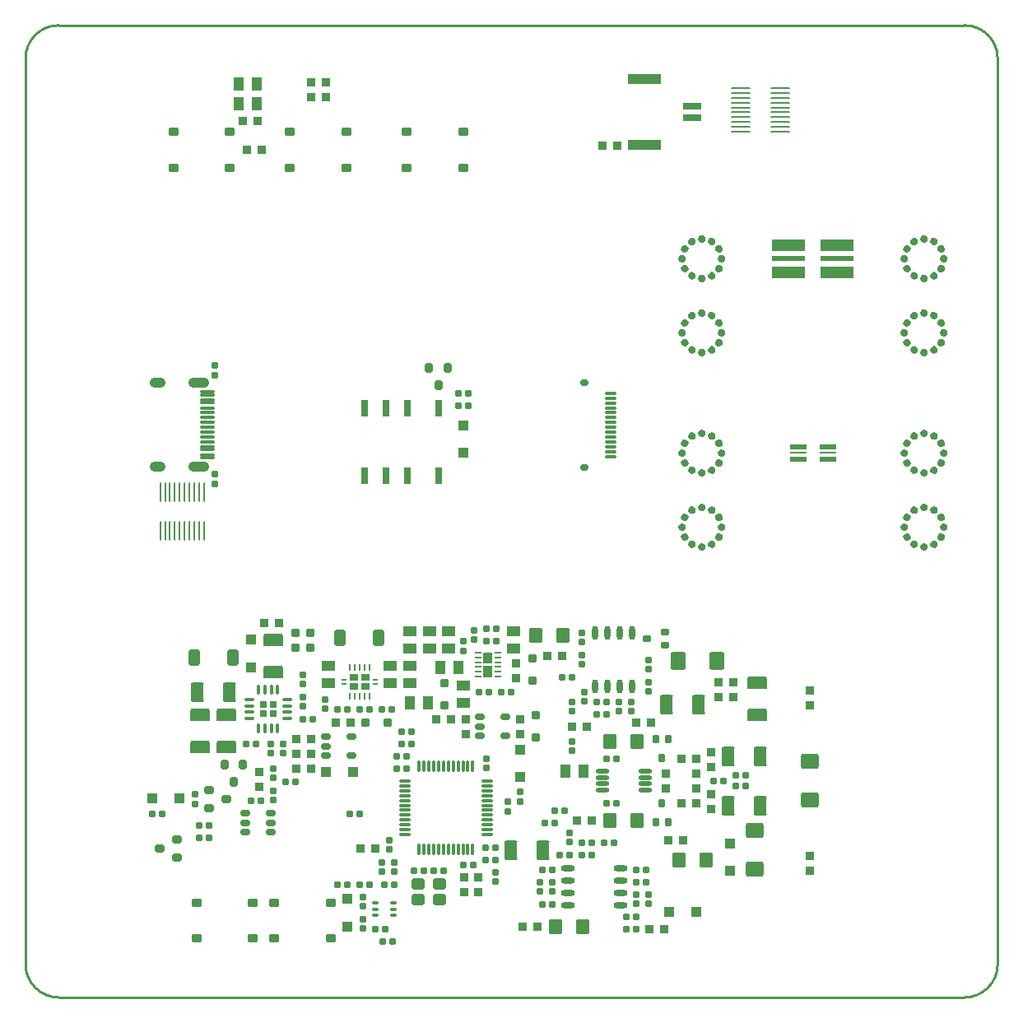
<source format=gtp>
G04*
G04 #@! TF.GenerationSoftware,Altium Limited,Altium Designer,23.3.1 (30)*
G04*
G04 Layer_Color=8421504*
%FSLAX44Y44*%
%MOMM*%
G71*
G04*
G04 #@! TF.SameCoordinates,726187AF-DD19-4630-AFD0-080685B27EE0*
G04*
G04*
G04 #@! TF.FilePolarity,Positive*
G04*
G01*
G75*
%ADD10C,0.2540*%
%ADD11C,1.0000*%
%ADD12R,0.9500X0.6800*%
%ADD13R,0.5000X0.2600*%
%ADD14R,0.7999X0.8000*%
%ADD15R,1.8000X0.6000*%
%ADD16R,1.8000X0.2540*%
%ADD17R,3.4000X1.2000*%
%ADD18R,3.4000X0.6000*%
%ADD19R,0.8000X1.8000*%
G04:AMPARAMS|DCode=20|XSize=0.802mm|YSize=0.972mm|CornerRadius=0.2005mm|HoleSize=0mm|Usage=FLASHONLY|Rotation=0.000|XOffset=0mm|YOffset=0mm|HoleType=Round|Shape=RoundedRectangle|*
%AMROUNDEDRECTD20*
21,1,0.8020,0.5710,0,0,0.0*
21,1,0.4010,0.9720,0,0,0.0*
1,1,0.4010,0.2005,-0.2855*
1,1,0.4010,-0.2005,-0.2855*
1,1,0.4010,-0.2005,0.2855*
1,1,0.4010,0.2005,0.2855*
%
%ADD20ROUNDEDRECTD20*%
G04:AMPARAMS|DCode=21|XSize=0.6mm|YSize=0.6mm|CornerRadius=0.06mm|HoleSize=0mm|Usage=FLASHONLY|Rotation=180.000|XOffset=0mm|YOffset=0mm|HoleType=Round|Shape=RoundedRectangle|*
%AMROUNDEDRECTD21*
21,1,0.6000,0.4800,0,0,180.0*
21,1,0.4800,0.6000,0,0,180.0*
1,1,0.1200,-0.2400,0.2400*
1,1,0.1200,0.2400,0.2400*
1,1,0.1200,0.2400,-0.2400*
1,1,0.1200,-0.2400,-0.2400*
%
%ADD21ROUNDEDRECTD21*%
G04:AMPARAMS|DCode=22|XSize=1.1mm|YSize=1.1mm|CornerRadius=0.1375mm|HoleSize=0mm|Usage=FLASHONLY|Rotation=180.000|XOffset=0mm|YOffset=0mm|HoleType=Round|Shape=RoundedRectangle|*
%AMROUNDEDRECTD22*
21,1,1.1000,0.8250,0,0,180.0*
21,1,0.8250,1.1000,0,0,180.0*
1,1,0.2750,-0.4125,0.4125*
1,1,0.2750,0.4125,0.4125*
1,1,0.2750,0.4125,-0.4125*
1,1,0.2750,-0.4125,-0.4125*
%
%ADD22ROUNDEDRECTD22*%
G04:AMPARAMS|DCode=23|XSize=1.1mm|YSize=1.1mm|CornerRadius=0.1375mm|HoleSize=0mm|Usage=FLASHONLY|Rotation=90.000|XOffset=0mm|YOffset=0mm|HoleType=Round|Shape=RoundedRectangle|*
%AMROUNDEDRECTD23*
21,1,1.1000,0.8250,0,0,90.0*
21,1,0.8250,1.1000,0,0,90.0*
1,1,0.2750,0.4125,0.4125*
1,1,0.2750,0.4125,-0.4125*
1,1,0.2750,-0.4125,-0.4125*
1,1,0.2750,-0.4125,0.4125*
%
%ADD23ROUNDEDRECTD23*%
G04:AMPARAMS|DCode=24|XSize=0.889mm|YSize=0.889mm|CornerRadius=0.0889mm|HoleSize=0mm|Usage=FLASHONLY|Rotation=180.000|XOffset=0mm|YOffset=0mm|HoleType=Round|Shape=RoundedRectangle|*
%AMROUNDEDRECTD24*
21,1,0.8890,0.7112,0,0,180.0*
21,1,0.7112,0.8890,0,0,180.0*
1,1,0.1778,-0.3556,0.3556*
1,1,0.1778,0.3556,0.3556*
1,1,0.1778,0.3556,-0.3556*
1,1,0.1778,-0.3556,-0.3556*
%
%ADD24ROUNDEDRECTD24*%
G04:AMPARAMS|DCode=25|XSize=0.6mm|YSize=0.6mm|CornerRadius=0.06mm|HoleSize=0mm|Usage=FLASHONLY|Rotation=270.000|XOffset=0mm|YOffset=0mm|HoleType=Round|Shape=RoundedRectangle|*
%AMROUNDEDRECTD25*
21,1,0.6000,0.4800,0,0,270.0*
21,1,0.4800,0.6000,0,0,270.0*
1,1,0.1200,-0.2400,-0.2400*
1,1,0.1200,-0.2400,0.2400*
1,1,0.1200,0.2400,0.2400*
1,1,0.1200,0.2400,-0.2400*
%
%ADD25ROUNDEDRECTD25*%
G04:AMPARAMS|DCode=26|XSize=0.3mm|YSize=1.2mm|CornerRadius=0.075mm|HoleSize=0mm|Usage=FLASHONLY|Rotation=90.000|XOffset=0mm|YOffset=0mm|HoleType=Round|Shape=RoundedRectangle|*
%AMROUNDEDRECTD26*
21,1,0.3000,1.0500,0,0,90.0*
21,1,0.1500,1.2000,0,0,90.0*
1,1,0.1500,0.5250,0.0750*
1,1,0.1500,0.5250,-0.0750*
1,1,0.1500,-0.5250,-0.0750*
1,1,0.1500,-0.5250,0.0750*
%
%ADD26ROUNDEDRECTD26*%
G04:AMPARAMS|DCode=27|XSize=0.6mm|YSize=0.8mm|CornerRadius=0.15mm|HoleSize=0mm|Usage=FLASHONLY|Rotation=90.000|XOffset=0mm|YOffset=0mm|HoleType=Round|Shape=RoundedRectangle|*
%AMROUNDEDRECTD27*
21,1,0.6000,0.5000,0,0,90.0*
21,1,0.3000,0.8000,0,0,90.0*
1,1,0.3000,0.2500,0.1500*
1,1,0.3000,0.2500,-0.1500*
1,1,0.3000,-0.2500,-0.1500*
1,1,0.3000,-0.2500,0.1500*
%
%ADD27ROUNDEDRECTD27*%
G04:AMPARAMS|DCode=28|XSize=1.6mm|YSize=1.4mm|CornerRadius=0.175mm|HoleSize=0mm|Usage=FLASHONLY|Rotation=270.000|XOffset=0mm|YOffset=0mm|HoleType=Round|Shape=RoundedRectangle|*
%AMROUNDEDRECTD28*
21,1,1.6000,1.0500,0,0,270.0*
21,1,1.2500,1.4000,0,0,270.0*
1,1,0.3500,-0.5250,-0.6250*
1,1,0.3500,-0.5250,0.6250*
1,1,0.3500,0.5250,0.6250*
1,1,0.3500,0.5250,-0.6250*
%
%ADD28ROUNDEDRECTD28*%
G04:AMPARAMS|DCode=29|XSize=0.889mm|YSize=0.889mm|CornerRadius=0.1111mm|HoleSize=0mm|Usage=FLASHONLY|Rotation=0.000|XOffset=0mm|YOffset=0mm|HoleType=Round|Shape=RoundedRectangle|*
%AMROUNDEDRECTD29*
21,1,0.8890,0.6668,0,0,0.0*
21,1,0.6668,0.8890,0,0,0.0*
1,1,0.2223,0.3334,-0.3334*
1,1,0.2223,-0.3334,-0.3334*
1,1,0.2223,-0.3334,0.3334*
1,1,0.2223,0.3334,0.3334*
%
%ADD29ROUNDEDRECTD29*%
G04:AMPARAMS|DCode=30|XSize=0.8mm|YSize=0.8mm|CornerRadius=0.08mm|HoleSize=0mm|Usage=FLASHONLY|Rotation=270.000|XOffset=0mm|YOffset=0mm|HoleType=Round|Shape=RoundedRectangle|*
%AMROUNDEDRECTD30*
21,1,0.8000,0.6400,0,0,270.0*
21,1,0.6400,0.8000,0,0,270.0*
1,1,0.1600,-0.3200,-0.3200*
1,1,0.1600,-0.3200,0.3200*
1,1,0.1600,0.3200,0.3200*
1,1,0.1600,0.3200,-0.3200*
%
%ADD30ROUNDEDRECTD30*%
G04:AMPARAMS|DCode=31|XSize=0.25mm|YSize=2mm|CornerRadius=0.0625mm|HoleSize=0mm|Usage=FLASHONLY|Rotation=180.000|XOffset=0mm|YOffset=0mm|HoleType=Round|Shape=RoundedRectangle|*
%AMROUNDEDRECTD31*
21,1,0.2500,1.8750,0,0,180.0*
21,1,0.1250,2.0000,0,0,180.0*
1,1,0.1250,-0.0625,0.9375*
1,1,0.1250,0.0625,0.9375*
1,1,0.1250,0.0625,-0.9375*
1,1,0.1250,-0.0625,-0.9375*
%
%ADD31ROUNDEDRECTD31*%
G04:AMPARAMS|DCode=32|XSize=1.45mm|YSize=0.3mm|CornerRadius=0.075mm|HoleSize=0mm|Usage=FLASHONLY|Rotation=0.000|XOffset=0mm|YOffset=0mm|HoleType=Round|Shape=RoundedRectangle|*
%AMROUNDEDRECTD32*
21,1,1.4500,0.1500,0,0,0.0*
21,1,1.3000,0.3000,0,0,0.0*
1,1,0.1500,0.6500,-0.0750*
1,1,0.1500,-0.6500,-0.0750*
1,1,0.1500,-0.6500,0.0750*
1,1,0.1500,0.6500,0.0750*
%
%ADD32ROUNDEDRECTD32*%
%ADD33O,0.2300X0.8000*%
G04:AMPARAMS|DCode=34|XSize=0.6mm|YSize=0.25mm|CornerRadius=0.0313mm|HoleSize=0mm|Usage=FLASHONLY|Rotation=0.000|XOffset=0mm|YOffset=0mm|HoleType=Round|Shape=RoundedRectangle|*
%AMROUNDEDRECTD34*
21,1,0.6000,0.1875,0,0,0.0*
21,1,0.5375,0.2500,0,0,0.0*
1,1,0.0625,0.2688,-0.0938*
1,1,0.0625,-0.2688,-0.0938*
1,1,0.0625,-0.2688,0.0938*
1,1,0.0625,0.2688,0.0938*
%
%ADD34ROUNDEDRECTD34*%
G04:AMPARAMS|DCode=35|XSize=0.9mm|YSize=1mm|CornerRadius=0.225mm|HoleSize=0mm|Usage=FLASHONLY|Rotation=90.000|XOffset=0mm|YOffset=0mm|HoleType=Round|Shape=RoundedRectangle|*
%AMROUNDEDRECTD35*
21,1,0.9000,0.5500,0,0,90.0*
21,1,0.4500,1.0000,0,0,90.0*
1,1,0.4500,0.2750,0.2250*
1,1,0.4500,0.2750,-0.2250*
1,1,0.4500,-0.2750,-0.2250*
1,1,0.4500,-0.2750,0.2250*
%
%ADD35ROUNDEDRECTD35*%
G04:AMPARAMS|DCode=36|XSize=0.802mm|YSize=0.972mm|CornerRadius=0.2005mm|HoleSize=0mm|Usage=FLASHONLY|Rotation=270.000|XOffset=0mm|YOffset=0mm|HoleType=Round|Shape=RoundedRectangle|*
%AMROUNDEDRECTD36*
21,1,0.8020,0.5710,0,0,270.0*
21,1,0.4010,0.9720,0,0,270.0*
1,1,0.4010,-0.2855,-0.2005*
1,1,0.4010,-0.2855,0.2005*
1,1,0.4010,0.2855,0.2005*
1,1,0.4010,0.2855,-0.2005*
%
%ADD36ROUNDEDRECTD36*%
G04:AMPARAMS|DCode=37|XSize=0.6mm|YSize=1mm|CornerRadius=0.15mm|HoleSize=0mm|Usage=FLASHONLY|Rotation=90.000|XOffset=0mm|YOffset=0mm|HoleType=Round|Shape=RoundedRectangle|*
%AMROUNDEDRECTD37*
21,1,0.6000,0.7000,0,0,90.0*
21,1,0.3000,1.0000,0,0,90.0*
1,1,0.3000,0.3500,0.1500*
1,1,0.3000,0.3500,-0.1500*
1,1,0.3000,-0.3500,-0.1500*
1,1,0.3000,-0.3500,0.1500*
%
%ADD37ROUNDEDRECTD37*%
G04:AMPARAMS|DCode=38|XSize=1.7mm|YSize=1.11mm|CornerRadius=0.1388mm|HoleSize=0mm|Usage=FLASHONLY|Rotation=270.000|XOffset=0mm|YOffset=0mm|HoleType=Round|Shape=RoundedRectangle|*
%AMROUNDEDRECTD38*
21,1,1.7000,0.8325,0,0,270.0*
21,1,1.4225,1.1100,0,0,270.0*
1,1,0.2775,-0.4162,-0.7113*
1,1,0.2775,-0.4162,0.7113*
1,1,0.2775,0.4162,0.7113*
1,1,0.2775,0.4162,-0.7113*
%
%ADD38ROUNDEDRECTD38*%
G04:AMPARAMS|DCode=39|XSize=1.27mm|YSize=2.032mm|CornerRadius=0.127mm|HoleSize=0mm|Usage=FLASHONLY|Rotation=270.000|XOffset=0mm|YOffset=0mm|HoleType=Round|Shape=RoundedRectangle|*
%AMROUNDEDRECTD39*
21,1,1.2700,1.7780,0,0,270.0*
21,1,1.0160,2.0320,0,0,270.0*
1,1,0.2540,-0.8890,-0.5080*
1,1,0.2540,-0.8890,0.5080*
1,1,0.2540,0.8890,0.5080*
1,1,0.2540,0.8890,-0.5080*
%
%ADD39ROUNDEDRECTD39*%
G04:AMPARAMS|DCode=40|XSize=1.27mm|YSize=2.032mm|CornerRadius=0.127mm|HoleSize=0mm|Usage=FLASHONLY|Rotation=0.000|XOffset=0mm|YOffset=0mm|HoleType=Round|Shape=RoundedRectangle|*
%AMROUNDEDRECTD40*
21,1,1.2700,1.7780,0,0,0.0*
21,1,1.0160,2.0320,0,0,0.0*
1,1,0.2540,0.5080,-0.8890*
1,1,0.2540,-0.5080,-0.8890*
1,1,0.2540,-0.5080,0.8890*
1,1,0.2540,0.5080,0.8890*
%
%ADD40ROUNDEDRECTD40*%
G04:AMPARAMS|DCode=41|XSize=0.889mm|YSize=0.889mm|CornerRadius=0.0889mm|HoleSize=0mm|Usage=FLASHONLY|Rotation=270.000|XOffset=0mm|YOffset=0mm|HoleType=Round|Shape=RoundedRectangle|*
%AMROUNDEDRECTD41*
21,1,0.8890,0.7112,0,0,270.0*
21,1,0.7112,0.8890,0,0,270.0*
1,1,0.1778,-0.3556,-0.3556*
1,1,0.1778,-0.3556,0.3556*
1,1,0.1778,0.3556,0.3556*
1,1,0.1778,0.3556,-0.3556*
%
%ADD41ROUNDEDRECTD41*%
G04:AMPARAMS|DCode=42|XSize=0.3mm|YSize=0.66mm|CornerRadius=0.075mm|HoleSize=0mm|Usage=FLASHONLY|Rotation=270.000|XOffset=0mm|YOffset=0mm|HoleType=Round|Shape=RoundedRectangle|*
%AMROUNDEDRECTD42*
21,1,0.3000,0.5100,0,0,270.0*
21,1,0.1500,0.6600,0,0,270.0*
1,1,0.1500,-0.2550,-0.0750*
1,1,0.1500,-0.2550,0.0750*
1,1,0.1500,0.2550,0.0750*
1,1,0.1500,0.2550,-0.0750*
%
%ADD42ROUNDEDRECTD42*%
G04:AMPARAMS|DCode=43|XSize=1.15mm|YSize=1.4mm|CornerRadius=0.2875mm|HoleSize=0mm|Usage=FLASHONLY|Rotation=270.000|XOffset=0mm|YOffset=0mm|HoleType=Round|Shape=RoundedRectangle|*
%AMROUNDEDRECTD43*
21,1,1.1500,0.8250,0,0,270.0*
21,1,0.5750,1.4000,0,0,270.0*
1,1,0.5750,-0.4125,-0.2875*
1,1,0.5750,-0.4125,0.2875*
1,1,0.5750,0.4125,0.2875*
1,1,0.5750,0.4125,-0.2875*
%
%ADD43ROUNDEDRECTD43*%
G04:AMPARAMS|DCode=44|XSize=0.889mm|YSize=0.889mm|CornerRadius=0.1111mm|HoleSize=0mm|Usage=FLASHONLY|Rotation=90.000|XOffset=0mm|YOffset=0mm|HoleType=Round|Shape=RoundedRectangle|*
%AMROUNDEDRECTD44*
21,1,0.8890,0.6668,0,0,90.0*
21,1,0.6668,0.8890,0,0,90.0*
1,1,0.2223,0.3334,0.3334*
1,1,0.2223,0.3334,-0.3334*
1,1,0.2223,-0.3334,-0.3334*
1,1,0.2223,-0.3334,0.3334*
%
%ADD44ROUNDEDRECTD44*%
%ADD45O,0.3000X1.2000*%
%ADD46O,1.2000X0.3000*%
G04:AMPARAMS|DCode=47|XSize=1.1mm|YSize=0.3mm|CornerRadius=0.15mm|HoleSize=0mm|Usage=FLASHONLY|Rotation=270.000|XOffset=0mm|YOffset=0mm|HoleType=Round|Shape=RoundedRectangle|*
%AMROUNDEDRECTD47*
21,1,1.1000,0.0000,0,0,270.0*
21,1,0.8000,0.3000,0,0,270.0*
1,1,0.3000,0.0000,-0.4000*
1,1,0.3000,0.0000,0.4000*
1,1,0.3000,0.0000,0.4000*
1,1,0.3000,0.0000,-0.4000*
%
%ADD47ROUNDEDRECTD47*%
G04:AMPARAMS|DCode=48|XSize=1.1mm|YSize=0.3mm|CornerRadius=0.15mm|HoleSize=0mm|Usage=FLASHONLY|Rotation=0.000|XOffset=0mm|YOffset=0mm|HoleType=Round|Shape=RoundedRectangle|*
%AMROUNDEDRECTD48*
21,1,1.1000,0.0000,0,0,0.0*
21,1,0.8000,0.3000,0,0,0.0*
1,1,0.3000,0.4000,0.0000*
1,1,0.3000,-0.4000,0.0000*
1,1,0.3000,-0.4000,0.0000*
1,1,0.3000,0.4000,0.0000*
%
%ADD48ROUNDEDRECTD48*%
G04:AMPARAMS|DCode=49|XSize=0.9mm|YSize=0.8mm|CornerRadius=0.1mm|HoleSize=0mm|Usage=FLASHONLY|Rotation=0.000|XOffset=0mm|YOffset=0mm|HoleType=Round|Shape=RoundedRectangle|*
%AMROUNDEDRECTD49*
21,1,0.9000,0.6000,0,0,0.0*
21,1,0.7000,0.8000,0,0,0.0*
1,1,0.2000,0.3500,-0.3000*
1,1,0.2000,-0.3500,-0.3000*
1,1,0.2000,-0.3500,0.3000*
1,1,0.2000,0.3500,0.3000*
%
%ADD49ROUNDEDRECTD49*%
G04:AMPARAMS|DCode=50|XSize=1.0795mm|YSize=1.397mm|CornerRadius=0.108mm|HoleSize=0mm|Usage=FLASHONLY|Rotation=270.000|XOffset=0mm|YOffset=0mm|HoleType=Round|Shape=RoundedRectangle|*
%AMROUNDEDRECTD50*
21,1,1.0795,1.1811,0,0,270.0*
21,1,0.8636,1.3970,0,0,270.0*
1,1,0.2159,-0.5906,-0.4318*
1,1,0.2159,-0.5906,0.4318*
1,1,0.2159,0.5906,0.4318*
1,1,0.2159,0.5906,-0.4318*
%
%ADD50ROUNDEDRECTD50*%
G04:AMPARAMS|DCode=51|XSize=1.0795mm|YSize=1.397mm|CornerRadius=0.108mm|HoleSize=0mm|Usage=FLASHONLY|Rotation=180.000|XOffset=0mm|YOffset=0mm|HoleType=Round|Shape=RoundedRectangle|*
%AMROUNDEDRECTD51*
21,1,1.0795,1.1811,0,0,180.0*
21,1,0.8636,1.3970,0,0,180.0*
1,1,0.2159,-0.4318,0.5906*
1,1,0.2159,0.4318,0.5906*
1,1,0.2159,0.4318,-0.5906*
1,1,0.2159,-0.4318,-0.5906*
%
%ADD51ROUNDEDRECTD51*%
G04:AMPARAMS|DCode=52|XSize=0.9mm|YSize=0.8mm|CornerRadius=0.1mm|HoleSize=0mm|Usage=FLASHONLY|Rotation=90.000|XOffset=0mm|YOffset=0mm|HoleType=Round|Shape=RoundedRectangle|*
%AMROUNDEDRECTD52*
21,1,0.9000,0.6000,0,0,90.0*
21,1,0.7000,0.8000,0,0,90.0*
1,1,0.2000,0.3000,0.3500*
1,1,0.2000,0.3000,-0.3500*
1,1,0.2000,-0.3000,-0.3500*
1,1,0.2000,-0.3000,0.3500*
%
%ADD52ROUNDEDRECTD52*%
%ADD53O,1.4500X0.6000*%
G04:AMPARAMS|DCode=54|XSize=0.7mm|YSize=0.9mm|CornerRadius=0.175mm|HoleSize=0mm|Usage=FLASHONLY|Rotation=0.000|XOffset=0mm|YOffset=0mm|HoleType=Round|Shape=RoundedRectangle|*
%AMROUNDEDRECTD54*
21,1,0.7000,0.5500,0,0,0.0*
21,1,0.3500,0.9000,0,0,0.0*
1,1,0.3500,0.1750,-0.2750*
1,1,0.3500,-0.1750,-0.2750*
1,1,0.3500,-0.1750,0.2750*
1,1,0.3500,0.1750,0.2750*
%
%ADD54ROUNDEDRECTD54*%
%ADD55O,1.4500X0.4500*%
G04:AMPARAMS|DCode=56|XSize=1.8mm|YSize=1.6mm|CornerRadius=0.2mm|HoleSize=0mm|Usage=FLASHONLY|Rotation=0.000|XOffset=0mm|YOffset=0mm|HoleType=Round|Shape=RoundedRectangle|*
%AMROUNDEDRECTD56*
21,1,1.8000,1.2000,0,0,0.0*
21,1,1.4000,1.6000,0,0,0.0*
1,1,0.4000,0.7000,-0.6000*
1,1,0.4000,-0.7000,-0.6000*
1,1,0.4000,-0.7000,0.6000*
1,1,0.4000,0.7000,0.6000*
%
%ADD56ROUNDEDRECTD56*%
%ADD57O,0.6000X1.4500*%
G04:AMPARAMS|DCode=58|XSize=0.7mm|YSize=0.9mm|CornerRadius=0.175mm|HoleSize=0mm|Usage=FLASHONLY|Rotation=270.000|XOffset=0mm|YOffset=0mm|HoleType=Round|Shape=RoundedRectangle|*
%AMROUNDEDRECTD58*
21,1,0.7000,0.5500,0,0,270.0*
21,1,0.3500,0.9000,0,0,270.0*
1,1,0.3500,-0.2750,-0.1750*
1,1,0.3500,-0.2750,0.1750*
1,1,0.3500,0.2750,0.1750*
1,1,0.3500,0.2750,-0.1750*
%
%ADD58ROUNDEDRECTD58*%
G04:AMPARAMS|DCode=59|XSize=1.8mm|YSize=1.6mm|CornerRadius=0.2mm|HoleSize=0mm|Usage=FLASHONLY|Rotation=90.000|XOffset=0mm|YOffset=0mm|HoleType=Round|Shape=RoundedRectangle|*
%AMROUNDEDRECTD59*
21,1,1.8000,1.2000,0,0,90.0*
21,1,1.4000,1.6000,0,0,90.0*
1,1,0.4000,0.6000,0.7000*
1,1,0.4000,0.6000,-0.7000*
1,1,0.4000,-0.6000,-0.7000*
1,1,0.4000,-0.6000,0.7000*
%
%ADD59ROUNDEDRECTD59*%
G04:AMPARAMS|DCode=60|XSize=0.25mm|YSize=2mm|CornerRadius=0.0625mm|HoleSize=0mm|Usage=FLASHONLY|Rotation=90.000|XOffset=0mm|YOffset=0mm|HoleType=Round|Shape=RoundedRectangle|*
%AMROUNDEDRECTD60*
21,1,0.2500,1.8750,0,0,90.0*
21,1,0.1250,2.0000,0,0,90.0*
1,1,0.1250,0.9375,0.0625*
1,1,0.1250,0.9375,-0.0625*
1,1,0.1250,-0.9375,-0.0625*
1,1,0.1250,-0.9375,0.0625*
%
%ADD60ROUNDEDRECTD60*%
G04:AMPARAMS|DCode=61|XSize=0.889mm|YSize=0.889mm|CornerRadius=0.1111mm|HoleSize=0mm|Usage=FLASHONLY|Rotation=360.000|XOffset=0mm|YOffset=0mm|HoleType=Round|Shape=RoundedRectangle|*
%AMROUNDEDRECTD61*
21,1,0.8890,0.6668,0,0,360.0*
21,1,0.6668,0.8890,0,0,360.0*
1,1,0.2223,0.3334,-0.3334*
1,1,0.2223,-0.3334,-0.3334*
1,1,0.2223,-0.3334,0.3334*
1,1,0.2223,0.3334,0.3334*
%
%ADD61ROUNDEDRECTD61*%
%ADD62R,3.3500X1.1000*%
%ADD63R,1.9000X0.8000*%
G36*
X426458Y283550D02*
X427530Y282478D01*
X428110Y281078D01*
Y280320D01*
Y279562D01*
X427530Y278162D01*
X426458Y277090D01*
X425058Y276510D01*
X423542D01*
X422142Y277090D01*
X421070Y278162D01*
X420490Y279562D01*
Y280320D01*
Y281078D01*
X421070Y282478D01*
X422142Y283550D01*
X423542Y284130D01*
X425058D01*
X426458Y283550D01*
D02*
G37*
G36*
X197858D02*
X198930Y282478D01*
X199510Y281078D01*
Y280320D01*
Y279562D01*
X198930Y278162D01*
X197858Y277090D01*
X196458Y276510D01*
X194942D01*
X193542Y277090D01*
X192470Y278162D01*
X191890Y279562D01*
Y280320D01*
Y281078D01*
X192470Y282478D01*
X193542Y283550D01*
X194942Y284130D01*
X196458D01*
X197858Y283550D01*
D02*
G37*
G36*
X415858Y281082D02*
X417061Y280159D01*
X417440Y279503D01*
X417818Y278846D01*
X418016Y277344D01*
X417624Y275879D01*
X416701Y274677D01*
X416045Y274298D01*
X415389Y273919D01*
X413886Y273721D01*
X412422Y274114D01*
X411219Y275036D01*
X410840Y275693D01*
X410462Y276349D01*
X410264Y277852D01*
X410656Y279316D01*
X411579Y280518D01*
X412235Y280897D01*
X412891Y281276D01*
X414394Y281474D01*
X415858Y281082D01*
D02*
G37*
G36*
X187258D02*
X188461Y280159D01*
X188840Y279503D01*
X189219Y278846D01*
X189416Y277344D01*
X189024Y275879D01*
X188101Y274677D01*
X187445Y274298D01*
X186789Y273919D01*
X185286Y273721D01*
X183822Y274114D01*
X182619Y275036D01*
X182241Y275693D01*
X181861Y276349D01*
X181664Y277852D01*
X182056Y279316D01*
X182979Y280518D01*
X183635Y280897D01*
X184291Y281276D01*
X185794Y281474D01*
X187258Y281082D01*
D02*
G37*
G36*
X435709Y281276D02*
X436365Y280897D01*
X437021Y280518D01*
X437944Y279316D01*
X438336Y277852D01*
X438139Y276349D01*
X437760Y275693D01*
X437381Y275036D01*
X436178Y274114D01*
X434714Y273721D01*
X433211Y273919D01*
X432555Y274298D01*
X431899Y274677D01*
X430976Y275879D01*
X430584Y277344D01*
X430782Y278846D01*
X431161Y279503D01*
X431539Y280159D01*
X432742Y281082D01*
X434206Y281474D01*
X435709Y281276D01*
D02*
G37*
G36*
X207109D02*
X207765Y280897D01*
X208421Y280518D01*
X209344Y279316D01*
X209736Y277852D01*
X209538Y276349D01*
X209160Y275693D01*
X208781Y275036D01*
X207578Y274114D01*
X206114Y273721D01*
X204611Y273919D01*
X203955Y274298D01*
X203299Y274677D01*
X202376Y275879D01*
X201984Y277344D01*
X202181Y278846D01*
X202561Y279503D01*
X202939Y280159D01*
X204142Y281082D01*
X205606Y281474D01*
X207109Y281276D01*
D02*
G37*
G36*
X407951Y273839D02*
X408607Y273460D01*
X409264Y273081D01*
X410186Y271878D01*
X410579Y270414D01*
X410381Y268911D01*
X410002Y268255D01*
X409623Y267599D01*
X408420Y266676D01*
X406956Y266284D01*
X405454Y266481D01*
X404797Y266861D01*
X404141Y267239D01*
X403218Y268442D01*
X402826Y269906D01*
X403024Y271409D01*
X403403Y272065D01*
X403782Y272721D01*
X404984Y273644D01*
X406448Y274036D01*
X407951Y273839D01*
D02*
G37*
G36*
X179351D02*
X180007Y273460D01*
X180664Y273081D01*
X181586Y271878D01*
X181979Y270414D01*
X181781Y268911D01*
X181402Y268255D01*
X181023Y267599D01*
X179820Y266676D01*
X178356Y266284D01*
X176854Y266481D01*
X176197Y266861D01*
X175541Y267239D01*
X174618Y268442D01*
X174226Y269906D01*
X174424Y271409D01*
X174803Y272065D01*
X175182Y272721D01*
X176384Y273644D01*
X177848Y274036D01*
X179351Y273839D01*
D02*
G37*
G36*
X443616Y273644D02*
X444818Y272721D01*
X445197Y272065D01*
X445576Y271409D01*
X445774Y269906D01*
X445382Y268442D01*
X444459Y267239D01*
X443803Y266860D01*
X443146Y266481D01*
X441643Y266284D01*
X440179Y266676D01*
X438977Y267599D01*
X438598Y268255D01*
X438219Y268911D01*
X438021Y270414D01*
X438414Y271878D01*
X439336Y273081D01*
X439993Y273459D01*
X440649Y273838D01*
X442152Y274036D01*
X443616Y273644D01*
D02*
G37*
G36*
X215016D02*
X216218Y272721D01*
X216597Y272065D01*
X216976Y271409D01*
X217174Y269906D01*
X216782Y268442D01*
X215859Y267239D01*
X215203Y266860D01*
X214546Y266481D01*
X213043Y266284D01*
X211579Y266676D01*
X210377Y267599D01*
X209998Y268255D01*
X209619Y268911D01*
X209421Y270414D01*
X209814Y271878D01*
X210736Y273081D01*
X211393Y273459D01*
X212049Y273838D01*
X213552Y274036D01*
X215016Y273644D01*
D02*
G37*
G36*
X406138Y263230D02*
X407210Y262158D01*
X407790Y260758D01*
Y260000D01*
Y259242D01*
X407210Y257842D01*
X406138Y256770D01*
X404738Y256190D01*
X403222D01*
X401822Y256770D01*
X400750Y257842D01*
X400170Y259242D01*
Y260000D01*
Y260758D01*
X400750Y262158D01*
X401822Y263230D01*
X403222Y263810D01*
X404738D01*
X406138Y263230D01*
D02*
G37*
G36*
X177538D02*
X178610Y262158D01*
X179190Y260758D01*
Y260000D01*
Y259242D01*
X178610Y257842D01*
X177538Y256770D01*
X176138Y256190D01*
X174622D01*
X173222Y256770D01*
X172150Y257842D01*
X171570Y259242D01*
Y260000D01*
Y260758D01*
X172150Y262158D01*
X173222Y263230D01*
X174622Y263810D01*
X176138D01*
X177538Y263230D01*
D02*
G37*
G36*
X446778Y263230D02*
X447850Y262158D01*
X448430Y260758D01*
Y260000D01*
Y259242D01*
X447850Y257842D01*
X446778Y256770D01*
X445378Y256190D01*
X443862D01*
X442462Y256770D01*
X441390Y257842D01*
X440810Y259242D01*
Y260000D01*
Y260758D01*
X441390Y262158D01*
X442462Y263230D01*
X443862Y263810D01*
X445378D01*
X446778Y263230D01*
D02*
G37*
G36*
X218178D02*
X219250Y262158D01*
X219830Y260758D01*
Y260000D01*
Y259242D01*
X219250Y257842D01*
X218178Y256770D01*
X216778Y256190D01*
X215262D01*
X213862Y256770D01*
X212790Y257842D01*
X212210Y259242D01*
Y260000D01*
Y260758D01*
X212790Y262158D01*
X213862Y263230D01*
X215262Y263810D01*
X216778D01*
X218178Y263230D01*
D02*
G37*
G36*
X408420Y253324D02*
X409623Y252401D01*
X410002Y251745D01*
X410381Y251089D01*
X410579Y249586D01*
X410186Y248122D01*
X409264Y246919D01*
X408607Y246541D01*
X407951Y246162D01*
X406448Y245964D01*
X404984Y246356D01*
X403782Y247279D01*
X403403Y247935D01*
X403024Y248591D01*
X402826Y250094D01*
X403218Y251558D01*
X404141Y252761D01*
X404797Y253140D01*
X405454Y253519D01*
X406956Y253716D01*
X408420Y253324D01*
D02*
G37*
G36*
X179820D02*
X181023Y252401D01*
X181402Y251745D01*
X181781Y251089D01*
X181979Y249586D01*
X181586Y248122D01*
X180664Y246919D01*
X180007Y246541D01*
X179351Y246162D01*
X177848Y245964D01*
X176384Y246356D01*
X175182Y247279D01*
X174803Y247935D01*
X174424Y248591D01*
X174226Y250094D01*
X174618Y251558D01*
X175541Y252761D01*
X176197Y253140D01*
X176854Y253519D01*
X178356Y253716D01*
X179820Y253324D01*
D02*
G37*
G36*
X443146Y253519D02*
X443803Y253139D01*
X444459Y252761D01*
X445382Y251558D01*
X445774Y250094D01*
X445576Y248591D01*
X445197Y247935D01*
X444818Y247279D01*
X443616Y246356D01*
X442152Y245964D01*
X440649Y246161D01*
X439993Y246540D01*
X439336Y246919D01*
X438414Y248122D01*
X438021Y249586D01*
X438219Y251089D01*
X438598Y251745D01*
X438977Y252401D01*
X440179Y253324D01*
X441643Y253716D01*
X443146Y253519D01*
D02*
G37*
G36*
X214546D02*
X215203Y253139D01*
X215859Y252761D01*
X216782Y251558D01*
X217174Y250094D01*
X216976Y248591D01*
X216597Y247935D01*
X216218Y247279D01*
X215016Y246356D01*
X213552Y245964D01*
X212049Y246161D01*
X211393Y246540D01*
X210736Y246919D01*
X209813Y248122D01*
X209421Y249586D01*
X209619Y251089D01*
X209998Y251745D01*
X210377Y252401D01*
X211579Y253324D01*
X213043Y253716D01*
X214546Y253519D01*
D02*
G37*
G36*
X415389Y246081D02*
X416045Y245702D01*
X416701Y245323D01*
X417624Y244121D01*
X418016Y242656D01*
X417818Y241154D01*
X417439Y240497D01*
X417061Y239841D01*
X415858Y238918D01*
X414394Y238526D01*
X412891Y238724D01*
X412235Y239103D01*
X411579Y239482D01*
X410656Y240684D01*
X410264Y242148D01*
X410462Y243651D01*
X410840Y244307D01*
X411219Y244964D01*
X412422Y245886D01*
X413886Y246279D01*
X415389Y246081D01*
D02*
G37*
G36*
X186789D02*
X187445Y245702D01*
X188101Y245323D01*
X189024Y244121D01*
X189416Y242656D01*
X189218Y241154D01*
X188839Y240497D01*
X188461Y239841D01*
X187258Y238918D01*
X185794Y238526D01*
X184291Y238724D01*
X183635Y239103D01*
X182979Y239482D01*
X182056Y240684D01*
X181664Y242148D01*
X181861Y243651D01*
X182240Y244307D01*
X182619Y244964D01*
X183822Y245886D01*
X185286Y246279D01*
X186789Y246081D01*
D02*
G37*
G36*
X436178Y245886D02*
X437380Y244964D01*
X437759Y244307D01*
X438138Y243651D01*
X438336Y242148D01*
X437944Y240684D01*
X437021Y239482D01*
X436365Y239103D01*
X435709Y238724D01*
X434206Y238526D01*
X432742Y238918D01*
X431539Y239841D01*
X431160Y240497D01*
X430781Y241154D01*
X430584Y242656D01*
X430976Y244121D01*
X431899Y245323D01*
X432555Y245702D01*
X433211Y246081D01*
X434714Y246279D01*
X436178Y245886D01*
D02*
G37*
G36*
X207578D02*
X208780Y244964D01*
X209159Y244307D01*
X209538Y243651D01*
X209736Y242148D01*
X209344Y240684D01*
X208421Y239482D01*
X207765Y239103D01*
X207109Y238724D01*
X205606Y238526D01*
X204142Y238918D01*
X202939Y239841D01*
X202560Y240497D01*
X202181Y241154D01*
X201984Y242656D01*
X202376Y244121D01*
X203299Y245323D01*
X203955Y245702D01*
X204611Y246081D01*
X206114Y246279D01*
X207578Y245886D01*
D02*
G37*
G36*
X426458Y242910D02*
X427530Y241838D01*
X428110Y240438D01*
Y239680D01*
Y238922D01*
X427530Y237522D01*
X426458Y236450D01*
X425058Y235870D01*
X423542D01*
X422142Y236450D01*
X421070Y237522D01*
X420490Y238922D01*
Y239680D01*
Y240438D01*
X421070Y241838D01*
X422142Y242910D01*
X423542Y243490D01*
X425058D01*
X426458Y242910D01*
D02*
G37*
G36*
X197858D02*
X198930Y241838D01*
X199510Y240438D01*
Y239680D01*
Y238922D01*
X198930Y237522D01*
X197858Y236450D01*
X196458Y235870D01*
X194942D01*
X193542Y236450D01*
X192470Y237522D01*
X191890Y238922D01*
Y239680D01*
Y240438D01*
X192470Y241838D01*
X193542Y242910D01*
X194942Y243490D01*
X196458D01*
X197858Y242910D01*
D02*
G37*
G36*
X426458Y207350D02*
X427530Y206278D01*
X428110Y204878D01*
Y204120D01*
Y203362D01*
X427530Y201962D01*
X426458Y200890D01*
X425058Y200310D01*
X423542D01*
X422142Y200890D01*
X421070Y201962D01*
X420490Y203362D01*
Y204120D01*
Y204878D01*
X421070Y206278D01*
X422142Y207350D01*
X423542Y207930D01*
X425058D01*
X426458Y207350D01*
D02*
G37*
G36*
X197858D02*
X198930Y206278D01*
X199510Y204878D01*
Y204120D01*
Y203362D01*
X198930Y201962D01*
X197858Y200890D01*
X196458Y200310D01*
X194942D01*
X193542Y200890D01*
X192470Y201962D01*
X191890Y203362D01*
Y204120D01*
Y204878D01*
X192470Y206278D01*
X193542Y207350D01*
X194942Y207930D01*
X196458D01*
X197858Y207350D01*
D02*
G37*
G36*
X415858Y204882D02*
X417061Y203959D01*
X417440Y203303D01*
X417818Y202646D01*
X418016Y201144D01*
X417624Y199680D01*
X416701Y198477D01*
X416045Y198098D01*
X415389Y197719D01*
X413886Y197521D01*
X412422Y197914D01*
X411219Y198836D01*
X410840Y199493D01*
X410462Y200149D01*
X410264Y201652D01*
X410656Y203116D01*
X411579Y204318D01*
X412235Y204697D01*
X412891Y205076D01*
X414394Y205274D01*
X415858Y204882D01*
D02*
G37*
G36*
X187258D02*
X188461Y203959D01*
X188840Y203303D01*
X189219Y202646D01*
X189416Y201144D01*
X189024Y199680D01*
X188101Y198477D01*
X187445Y198098D01*
X186789Y197719D01*
X185286Y197521D01*
X183822Y197914D01*
X182619Y198836D01*
X182241Y199493D01*
X181861Y200149D01*
X181664Y201652D01*
X182056Y203116D01*
X182979Y204318D01*
X183635Y204697D01*
X184291Y205076D01*
X185794Y205274D01*
X187258Y204882D01*
D02*
G37*
G36*
X435709Y205076D02*
X436365Y204697D01*
X437021Y204318D01*
X437944Y203116D01*
X438336Y201652D01*
X438139Y200149D01*
X437760Y199493D01*
X437381Y198836D01*
X436178Y197913D01*
X434714Y197521D01*
X433211Y197719D01*
X432555Y198098D01*
X431899Y198477D01*
X430976Y199679D01*
X430584Y201143D01*
X430782Y202646D01*
X431161Y203303D01*
X431539Y203959D01*
X432742Y204882D01*
X434206Y205274D01*
X435709Y205076D01*
D02*
G37*
G36*
X207109D02*
X207765Y204697D01*
X208421Y204318D01*
X209344Y203116D01*
X209736Y201652D01*
X209538Y200149D01*
X209160Y199493D01*
X208781Y198836D01*
X207578Y197913D01*
X206114Y197521D01*
X204611Y197719D01*
X203955Y198098D01*
X203299Y198477D01*
X202376Y199679D01*
X201984Y201143D01*
X202181Y202646D01*
X202561Y203303D01*
X202939Y203959D01*
X204142Y204882D01*
X205606Y205274D01*
X207109Y205076D01*
D02*
G37*
G36*
X407951Y197638D02*
X408607Y197260D01*
X409264Y196881D01*
X410186Y195678D01*
X410579Y194214D01*
X410381Y192711D01*
X410002Y192055D01*
X409623Y191399D01*
X408420Y190476D01*
X406956Y190084D01*
X405454Y190282D01*
X404797Y190660D01*
X404141Y191039D01*
X403218Y192242D01*
X402826Y193706D01*
X403024Y195209D01*
X403403Y195865D01*
X403782Y196521D01*
X404984Y197444D01*
X406448Y197836D01*
X407951Y197638D01*
D02*
G37*
G36*
X179351D02*
X180007Y197260D01*
X180664Y196881D01*
X181586Y195678D01*
X181979Y194214D01*
X181781Y192711D01*
X181402Y192055D01*
X181023Y191399D01*
X179820Y190476D01*
X178356Y190084D01*
X176854Y190282D01*
X176197Y190660D01*
X175541Y191039D01*
X174618Y192242D01*
X174226Y193706D01*
X174424Y195209D01*
X174803Y195865D01*
X175182Y196521D01*
X176384Y197444D01*
X177848Y197836D01*
X179351Y197638D01*
D02*
G37*
G36*
X443616Y197444D02*
X444818Y196521D01*
X445197Y195865D01*
X445576Y195209D01*
X445774Y193706D01*
X445382Y192242D01*
X444459Y191039D01*
X443803Y190660D01*
X443146Y190281D01*
X441643Y190084D01*
X440179Y190476D01*
X438977Y191399D01*
X438598Y192055D01*
X438219Y192711D01*
X438021Y194214D01*
X438414Y195678D01*
X439336Y196881D01*
X439993Y197260D01*
X440649Y197638D01*
X442152Y197836D01*
X443616Y197444D01*
D02*
G37*
G36*
X215016D02*
X216218Y196521D01*
X216597Y195865D01*
X216976Y195209D01*
X217174Y193706D01*
X216782Y192242D01*
X215859Y191039D01*
X215203Y190660D01*
X214546Y190281D01*
X213043Y190084D01*
X211579Y190476D01*
X210377Y191399D01*
X209998Y192055D01*
X209619Y192711D01*
X209421Y194214D01*
X209814Y195678D01*
X210736Y196881D01*
X211393Y197260D01*
X212049Y197638D01*
X213552Y197836D01*
X215016Y197444D01*
D02*
G37*
G36*
X406138Y187030D02*
X407210Y185958D01*
X407790Y184558D01*
Y183800D01*
Y183042D01*
X407210Y181642D01*
X406138Y180570D01*
X404738Y179990D01*
X403222D01*
X401822Y180570D01*
X400750Y181642D01*
X400170Y183042D01*
Y183800D01*
Y184558D01*
X400750Y185958D01*
X401822Y187030D01*
X403222Y187610D01*
X404738D01*
X406138Y187030D01*
D02*
G37*
G36*
X177538D02*
X178610Y185958D01*
X179190Y184558D01*
Y183800D01*
Y183042D01*
X178610Y181642D01*
X177538Y180570D01*
X176138Y179990D01*
X174622D01*
X173222Y180570D01*
X172150Y181642D01*
X171570Y183042D01*
Y183800D01*
Y184558D01*
X172150Y185958D01*
X173222Y187030D01*
X174622Y187610D01*
X176138D01*
X177538Y187030D01*
D02*
G37*
G36*
X446778Y187030D02*
X447850Y185958D01*
X448430Y184558D01*
Y183800D01*
Y183042D01*
X447850Y181642D01*
X446778Y180570D01*
X445378Y179990D01*
X443862D01*
X442462Y180570D01*
X441390Y181642D01*
X440810Y183042D01*
Y183800D01*
Y184558D01*
X441390Y185958D01*
X442462Y187030D01*
X443862Y187610D01*
X445378D01*
X446778Y187030D01*
D02*
G37*
G36*
X218178D02*
X219250Y185958D01*
X219830Y184558D01*
Y183800D01*
Y183042D01*
X219250Y181642D01*
X218178Y180570D01*
X216778Y179990D01*
X215262D01*
X213862Y180570D01*
X212790Y181642D01*
X212210Y183042D01*
Y183800D01*
Y184558D01*
X212790Y185958D01*
X213862Y187030D01*
X215262Y187610D01*
X216778D01*
X218178Y187030D01*
D02*
G37*
G36*
X408420Y177124D02*
X409623Y176201D01*
X410002Y175545D01*
X410381Y174889D01*
X410579Y173386D01*
X410186Y171922D01*
X409264Y170719D01*
X408607Y170340D01*
X407951Y169962D01*
X406448Y169764D01*
X404984Y170156D01*
X403782Y171079D01*
X403403Y171735D01*
X403024Y172391D01*
X402826Y173894D01*
X403218Y175358D01*
X404141Y176561D01*
X404797Y176940D01*
X405454Y177319D01*
X406956Y177516D01*
X408420Y177124D01*
D02*
G37*
G36*
X179820D02*
X181023Y176201D01*
X181402Y175545D01*
X181781Y174889D01*
X181979Y173386D01*
X181586Y171922D01*
X180664Y170719D01*
X180007Y170340D01*
X179351Y169962D01*
X177848Y169764D01*
X176384Y170156D01*
X175182Y171079D01*
X174803Y171735D01*
X174424Y172391D01*
X174226Y173894D01*
X174618Y175358D01*
X175541Y176561D01*
X176197Y176940D01*
X176854Y177319D01*
X178356Y177516D01*
X179820Y177124D01*
D02*
G37*
G36*
X443146Y177318D02*
X443803Y176940D01*
X444459Y176561D01*
X445382Y175358D01*
X445774Y173894D01*
X445576Y172391D01*
X445197Y171735D01*
X444818Y171079D01*
X443616Y170156D01*
X442152Y169764D01*
X440649Y169961D01*
X439993Y170340D01*
X439336Y170719D01*
X438414Y171922D01*
X438021Y173386D01*
X438219Y174889D01*
X438598Y175545D01*
X438977Y176201D01*
X440179Y177124D01*
X441643Y177516D01*
X443146Y177318D01*
D02*
G37*
G36*
X214546D02*
X215203Y176940D01*
X215859Y176561D01*
X216782Y175358D01*
X217174Y173894D01*
X216976Y172391D01*
X216597Y171735D01*
X216218Y171079D01*
X215016Y170156D01*
X213552Y169764D01*
X212049Y169961D01*
X211393Y170340D01*
X210736Y170719D01*
X209813Y171922D01*
X209421Y173386D01*
X209619Y174889D01*
X209998Y175545D01*
X210377Y176201D01*
X211579Y177124D01*
X213043Y177516D01*
X214546Y177318D01*
D02*
G37*
G36*
X415389Y169881D02*
X416045Y169502D01*
X416701Y169123D01*
X417624Y167921D01*
X418016Y166457D01*
X417818Y164954D01*
X417439Y164297D01*
X417061Y163641D01*
X415858Y162718D01*
X414394Y162326D01*
X412891Y162524D01*
X412235Y162903D01*
X411579Y163282D01*
X410656Y164484D01*
X410264Y165948D01*
X410462Y167451D01*
X410840Y168107D01*
X411219Y168764D01*
X412422Y169687D01*
X413886Y170079D01*
X415389Y169881D01*
D02*
G37*
G36*
X186789D02*
X187445Y169502D01*
X188101Y169123D01*
X189024Y167921D01*
X189416Y166457D01*
X189218Y164954D01*
X188839Y164297D01*
X188461Y163641D01*
X187258Y162718D01*
X185794Y162326D01*
X184291Y162524D01*
X183635Y162903D01*
X182979Y163282D01*
X182056Y164484D01*
X181664Y165948D01*
X181861Y167451D01*
X182240Y168107D01*
X182619Y168764D01*
X183822Y169687D01*
X185286Y170079D01*
X186789Y169881D01*
D02*
G37*
G36*
X436178Y169686D02*
X437380Y168764D01*
X437759Y168107D01*
X438138Y167451D01*
X438336Y165948D01*
X437944Y164484D01*
X437021Y163282D01*
X436365Y162903D01*
X435709Y162524D01*
X434206Y162326D01*
X432742Y162718D01*
X431539Y163641D01*
X431160Y164297D01*
X430781Y164954D01*
X430584Y166456D01*
X430976Y167920D01*
X431899Y169123D01*
X432555Y169502D01*
X433211Y169881D01*
X434714Y170079D01*
X436178Y169686D01*
D02*
G37*
G36*
X207578D02*
X208780Y168764D01*
X209159Y168107D01*
X209538Y167451D01*
X209736Y165948D01*
X209344Y164484D01*
X208421Y163282D01*
X207765Y162903D01*
X207109Y162524D01*
X205606Y162326D01*
X204142Y162718D01*
X202939Y163641D01*
X202560Y164297D01*
X202181Y164954D01*
X201984Y166456D01*
X202376Y167920D01*
X203299Y169123D01*
X203955Y169502D01*
X204611Y169881D01*
X206114Y170079D01*
X207578Y169686D01*
D02*
G37*
G36*
X426458Y166710D02*
X427530Y165638D01*
X428110Y164238D01*
Y163480D01*
Y162722D01*
X427530Y161322D01*
X426458Y160250D01*
X425058Y159670D01*
X423542D01*
X422142Y160250D01*
X421070Y161322D01*
X420490Y162722D01*
Y163480D01*
Y164238D01*
X421070Y165638D01*
X422142Y166710D01*
X423542Y167290D01*
X425058D01*
X426458Y166710D01*
D02*
G37*
G36*
X197858D02*
X198930Y165638D01*
X199510Y164238D01*
Y163480D01*
Y162722D01*
X198930Y161322D01*
X197858Y160250D01*
X196458Y159670D01*
X194942D01*
X193542Y160250D01*
X192470Y161322D01*
X191890Y162722D01*
Y163480D01*
Y164238D01*
X192470Y165638D01*
X193542Y166710D01*
X194942Y167290D01*
X196458D01*
X197858Y166710D01*
D02*
G37*
G36*
X426458Y83550D02*
X427530Y82478D01*
X428110Y81078D01*
Y80320D01*
Y79562D01*
X427530Y78162D01*
X426458Y77090D01*
X425058Y76510D01*
X423542D01*
X422142Y77090D01*
X421070Y78162D01*
X420490Y79562D01*
Y80320D01*
Y81078D01*
X421070Y82478D01*
X422142Y83550D01*
X423542Y84130D01*
X425058D01*
X426458Y83550D01*
D02*
G37*
G36*
X197858D02*
X198930Y82478D01*
X199510Y81078D01*
Y80320D01*
Y79562D01*
X198930Y78162D01*
X197858Y77090D01*
X196458Y76510D01*
X194942D01*
X193542Y77090D01*
X192470Y78162D01*
X191890Y79562D01*
Y80320D01*
Y81078D01*
X192470Y82478D01*
X193542Y83550D01*
X194942Y84130D01*
X196458D01*
X197858Y83550D01*
D02*
G37*
G36*
X415858Y81082D02*
X417061Y80159D01*
X417440Y79503D01*
X417818Y78846D01*
X418016Y77344D01*
X417624Y75880D01*
X416701Y74677D01*
X416045Y74298D01*
X415389Y73919D01*
X413886Y73721D01*
X412422Y74114D01*
X411219Y75036D01*
X410840Y75693D01*
X410462Y76349D01*
X410264Y77852D01*
X410656Y79316D01*
X411579Y80518D01*
X412235Y80897D01*
X412891Y81276D01*
X414394Y81474D01*
X415858Y81082D01*
D02*
G37*
G36*
X187258D02*
X188461Y80159D01*
X188840Y79503D01*
X189219Y78846D01*
X189416Y77344D01*
X189024Y75880D01*
X188101Y74677D01*
X187445Y74298D01*
X186789Y73919D01*
X185286Y73721D01*
X183822Y74114D01*
X182619Y75036D01*
X182241Y75693D01*
X181861Y76349D01*
X181664Y77852D01*
X182056Y79316D01*
X182979Y80518D01*
X183635Y80897D01*
X184291Y81276D01*
X185794Y81474D01*
X187258Y81082D01*
D02*
G37*
G36*
X435709Y81276D02*
X436365Y80897D01*
X437021Y80518D01*
X437944Y79316D01*
X438336Y77852D01*
X438139Y76349D01*
X437760Y75693D01*
X437381Y75036D01*
X436178Y74114D01*
X434714Y73721D01*
X433211Y73919D01*
X432555Y74298D01*
X431899Y74677D01*
X430976Y75880D01*
X430584Y77344D01*
X430782Y78846D01*
X431161Y79503D01*
X431539Y80159D01*
X432742Y81082D01*
X434206Y81474D01*
X435709Y81276D01*
D02*
G37*
G36*
X207109D02*
X207765Y80897D01*
X208421Y80518D01*
X209344Y79316D01*
X209736Y77852D01*
X209538Y76349D01*
X209160Y75693D01*
X208781Y75036D01*
X207578Y74114D01*
X206114Y73721D01*
X204611Y73919D01*
X203955Y74298D01*
X203299Y74677D01*
X202376Y75880D01*
X201984Y77344D01*
X202181Y78846D01*
X202561Y79503D01*
X202939Y80159D01*
X204142Y81082D01*
X205606Y81474D01*
X207109Y81276D01*
D02*
G37*
G36*
X407951Y73839D02*
X408607Y73460D01*
X409264Y73081D01*
X410186Y71878D01*
X410579Y70414D01*
X410381Y68911D01*
X410002Y68255D01*
X409623Y67599D01*
X408420Y66676D01*
X406956Y66284D01*
X405454Y66482D01*
X404797Y66860D01*
X404141Y67239D01*
X403218Y68442D01*
X402826Y69906D01*
X403024Y71409D01*
X403403Y72065D01*
X403782Y72721D01*
X404984Y73644D01*
X406448Y74036D01*
X407951Y73839D01*
D02*
G37*
G36*
X179351D02*
X180007Y73460D01*
X180664Y73081D01*
X181586Y71878D01*
X181979Y70414D01*
X181781Y68911D01*
X181402Y68255D01*
X181023Y67599D01*
X179820Y66676D01*
X178356Y66284D01*
X176854Y66482D01*
X176197Y66860D01*
X175541Y67239D01*
X174618Y68442D01*
X174226Y69906D01*
X174424Y71409D01*
X174803Y72065D01*
X175182Y72721D01*
X176384Y73644D01*
X177848Y74036D01*
X179351Y73839D01*
D02*
G37*
G36*
X443616Y73644D02*
X444818Y72721D01*
X445197Y72065D01*
X445576Y71409D01*
X445774Y69906D01*
X445382Y68442D01*
X444459Y67239D01*
X443803Y66860D01*
X443146Y66481D01*
X441643Y66284D01*
X440179Y66676D01*
X438977Y67599D01*
X438598Y68255D01*
X438219Y68911D01*
X438021Y70414D01*
X438414Y71878D01*
X439336Y73081D01*
X439993Y73460D01*
X440649Y73838D01*
X442152Y74036D01*
X443616Y73644D01*
D02*
G37*
G36*
X215016D02*
X216218Y72721D01*
X216597Y72065D01*
X216976Y71409D01*
X217174Y69906D01*
X216782Y68442D01*
X215859Y67239D01*
X215203Y66860D01*
X214546Y66481D01*
X213043Y66284D01*
X211579Y66676D01*
X210377Y67599D01*
X209998Y68255D01*
X209619Y68911D01*
X209421Y70414D01*
X209814Y71878D01*
X210736Y73081D01*
X211393Y73460D01*
X212049Y73838D01*
X213552Y74036D01*
X215016Y73644D01*
D02*
G37*
G36*
X406138Y63230D02*
X407210Y62158D01*
X407790Y60758D01*
Y60000D01*
Y59242D01*
X407210Y57842D01*
X406138Y56770D01*
X404738Y56190D01*
X403222D01*
X401822Y56770D01*
X400750Y57842D01*
X400170Y59242D01*
Y60000D01*
Y60758D01*
X400750Y62158D01*
X401822Y63230D01*
X403222Y63810D01*
X404738D01*
X406138Y63230D01*
D02*
G37*
G36*
X177538D02*
X178610Y62158D01*
X179190Y60758D01*
Y60000D01*
Y59242D01*
X178610Y57842D01*
X177538Y56770D01*
X176138Y56190D01*
X174622D01*
X173222Y56770D01*
X172150Y57842D01*
X171570Y59242D01*
Y60000D01*
Y60758D01*
X172150Y62158D01*
X173222Y63230D01*
X174622Y63810D01*
X176138D01*
X177538Y63230D01*
D02*
G37*
G36*
X446778Y63230D02*
X447850Y62158D01*
X448430Y60758D01*
Y60000D01*
Y59242D01*
X447850Y57842D01*
X446778Y56770D01*
X445378Y56190D01*
X443862D01*
X442462Y56770D01*
X441390Y57842D01*
X440810Y59242D01*
Y60000D01*
Y60758D01*
X441390Y62158D01*
X442462Y63230D01*
X443862Y63810D01*
X445378D01*
X446778Y63230D01*
D02*
G37*
G36*
X218178D02*
X219250Y62158D01*
X219830Y60758D01*
Y60000D01*
Y59242D01*
X219250Y57842D01*
X218178Y56770D01*
X216778Y56190D01*
X215262D01*
X213862Y56770D01*
X212790Y57842D01*
X212210Y59242D01*
Y60000D01*
Y60758D01*
X212790Y62158D01*
X213862Y63230D01*
X215262Y63810D01*
X216778D01*
X218178Y63230D01*
D02*
G37*
G36*
X408420Y53324D02*
X409623Y52401D01*
X410002Y51745D01*
X410381Y51089D01*
X410579Y49586D01*
X410186Y48122D01*
X409264Y46919D01*
X408607Y46540D01*
X407951Y46162D01*
X406448Y45964D01*
X404984Y46356D01*
X403782Y47279D01*
X403403Y47935D01*
X403024Y48591D01*
X402826Y50094D01*
X403218Y51558D01*
X404141Y52761D01*
X404797Y53140D01*
X405454Y53519D01*
X406956Y53716D01*
X408420Y53324D01*
D02*
G37*
G36*
X179820D02*
X181023Y52401D01*
X181402Y51745D01*
X181781Y51089D01*
X181979Y49586D01*
X181586Y48122D01*
X180664Y46919D01*
X180007Y46540D01*
X179351Y46162D01*
X177848Y45964D01*
X176384Y46356D01*
X175182Y47279D01*
X174803Y47935D01*
X174424Y48591D01*
X174226Y50094D01*
X174618Y51558D01*
X175541Y52761D01*
X176197Y53140D01*
X176854Y53519D01*
X178356Y53716D01*
X179820Y53324D01*
D02*
G37*
G36*
X443146Y53519D02*
X443803Y53140D01*
X444459Y52761D01*
X445382Y51558D01*
X445774Y50094D01*
X445576Y48591D01*
X445197Y47935D01*
X444818Y47279D01*
X443616Y46356D01*
X442152Y45964D01*
X440649Y46161D01*
X439993Y46540D01*
X439336Y46919D01*
X438414Y48122D01*
X438021Y49586D01*
X438219Y51089D01*
X438598Y51745D01*
X438977Y52401D01*
X440179Y53324D01*
X441643Y53716D01*
X443146Y53519D01*
D02*
G37*
G36*
X214546D02*
X215203Y53140D01*
X215859Y52761D01*
X216782Y51558D01*
X217174Y50094D01*
X216976Y48591D01*
X216597Y47935D01*
X216218Y47279D01*
X215016Y46356D01*
X213552Y45964D01*
X212049Y46161D01*
X211393Y46540D01*
X210736Y46919D01*
X209813Y48122D01*
X209421Y49586D01*
X209619Y51089D01*
X209998Y51745D01*
X210377Y52401D01*
X211579Y53324D01*
X213043Y53716D01*
X214546Y53519D01*
D02*
G37*
G36*
X415389Y46081D02*
X416045Y45702D01*
X416701Y45323D01*
X417624Y44121D01*
X418016Y42656D01*
X417818Y41154D01*
X417439Y40497D01*
X417061Y39841D01*
X415858Y38918D01*
X414394Y38526D01*
X412891Y38724D01*
X412235Y39103D01*
X411579Y39482D01*
X410656Y40684D01*
X410264Y42148D01*
X410462Y43651D01*
X410840Y44307D01*
X411219Y44964D01*
X412422Y45887D01*
X413886Y46279D01*
X415389Y46081D01*
D02*
G37*
G36*
X186789D02*
X187445Y45702D01*
X188101Y45323D01*
X189024Y44121D01*
X189416Y42656D01*
X189218Y41154D01*
X188839Y40497D01*
X188461Y39841D01*
X187258Y38918D01*
X185794Y38526D01*
X184291Y38724D01*
X183635Y39103D01*
X182979Y39482D01*
X182056Y40684D01*
X181664Y42148D01*
X181861Y43651D01*
X182240Y44307D01*
X182619Y44964D01*
X183822Y45887D01*
X185286Y46279D01*
X186789Y46081D01*
D02*
G37*
G36*
X436178Y45886D02*
X437380Y44964D01*
X437759Y44307D01*
X438138Y43651D01*
X438336Y42148D01*
X437944Y40684D01*
X437021Y39482D01*
X436365Y39103D01*
X435709Y38724D01*
X434206Y38526D01*
X432742Y38918D01*
X431539Y39841D01*
X431160Y40497D01*
X430781Y41154D01*
X430584Y42656D01*
X430976Y44120D01*
X431899Y45323D01*
X432555Y45702D01*
X433211Y46081D01*
X434714Y46279D01*
X436178Y45886D01*
D02*
G37*
G36*
X207578D02*
X208780Y44964D01*
X209159Y44307D01*
X209538Y43651D01*
X209736Y42148D01*
X209344Y40684D01*
X208421Y39482D01*
X207765Y39103D01*
X207109Y38724D01*
X205606Y38526D01*
X204142Y38918D01*
X202939Y39841D01*
X202560Y40497D01*
X202181Y41154D01*
X201984Y42656D01*
X202376Y44120D01*
X203299Y45323D01*
X203955Y45702D01*
X204611Y46081D01*
X206114Y46279D01*
X207578Y45886D01*
D02*
G37*
G36*
X426458Y42910D02*
X427530Y41838D01*
X428110Y40438D01*
Y39680D01*
Y38922D01*
X427530Y37522D01*
X426458Y36450D01*
X425058Y35870D01*
X423542D01*
X422142Y36450D01*
X421070Y37522D01*
X420490Y38922D01*
Y39680D01*
Y40438D01*
X421070Y41838D01*
X422142Y42910D01*
X423542Y43490D01*
X425058D01*
X426458Y42910D01*
D02*
G37*
G36*
X197858D02*
X198930Y41838D01*
X199510Y40438D01*
Y39680D01*
Y38922D01*
X198930Y37522D01*
X197858Y36450D01*
X196458Y35870D01*
X194942D01*
X193542Y36450D01*
X192470Y37522D01*
X191890Y38922D01*
Y39680D01*
Y40438D01*
X192470Y41838D01*
X193542Y42910D01*
X194942Y43490D01*
X196458D01*
X197858Y42910D01*
D02*
G37*
G36*
X426458Y7350D02*
X427530Y6278D01*
X428110Y4878D01*
Y4120D01*
Y3362D01*
X427530Y1962D01*
X426458Y890D01*
X425058Y310D01*
X423542D01*
X422142Y890D01*
X421070Y1962D01*
X420490Y3362D01*
Y4120D01*
Y4878D01*
X421070Y6278D01*
X422142Y7350D01*
X423542Y7930D01*
X425058D01*
X426458Y7350D01*
D02*
G37*
G36*
X197858D02*
X198930Y6278D01*
X199510Y4878D01*
Y4120D01*
Y3362D01*
X198930Y1962D01*
X197858Y890D01*
X196458Y310D01*
X194942D01*
X193542Y890D01*
X192470Y1962D01*
X191890Y3362D01*
Y4120D01*
Y4878D01*
X192470Y6278D01*
X193542Y7350D01*
X194942Y7930D01*
X196458D01*
X197858Y7350D01*
D02*
G37*
G36*
X415858Y4882D02*
X417061Y3959D01*
X417440Y3303D01*
X417818Y2646D01*
X418016Y1144D01*
X417624Y-320D01*
X416701Y-1523D01*
X416045Y-1902D01*
X415389Y-2281D01*
X413886Y-2479D01*
X412422Y-2086D01*
X411219Y-1164D01*
X410840Y-507D01*
X410462Y149D01*
X410264Y1652D01*
X410656Y3116D01*
X411579Y4318D01*
X412235Y4697D01*
X412891Y5076D01*
X414394Y5274D01*
X415858Y4882D01*
D02*
G37*
G36*
X187258D02*
X188461Y3959D01*
X188840Y3303D01*
X189219Y2646D01*
X189416Y1144D01*
X189024Y-320D01*
X188101Y-1523D01*
X187445Y-1902D01*
X186789Y-2281D01*
X185286Y-2479D01*
X183822Y-2086D01*
X182619Y-1164D01*
X182241Y-507D01*
X181861Y149D01*
X181664Y1652D01*
X182056Y3116D01*
X182979Y4318D01*
X183635Y4697D01*
X184291Y5076D01*
X185794Y5274D01*
X187258Y4882D01*
D02*
G37*
G36*
X435709Y5076D02*
X436365Y4697D01*
X437021Y4318D01*
X437944Y3116D01*
X438336Y1652D01*
X438139Y149D01*
X437760Y-507D01*
X437381Y-1164D01*
X436178Y-2086D01*
X434714Y-2479D01*
X433211Y-2281D01*
X432555Y-1902D01*
X431899Y-1523D01*
X430976Y-320D01*
X430584Y1143D01*
X430782Y2646D01*
X431161Y3303D01*
X431539Y3959D01*
X432742Y4882D01*
X434206Y5274D01*
X435709Y5076D01*
D02*
G37*
G36*
X207109D02*
X207765Y4697D01*
X208421Y4318D01*
X209344Y3116D01*
X209736Y1652D01*
X209538Y149D01*
X209160Y-507D01*
X208781Y-1164D01*
X207578Y-2086D01*
X206114Y-2479D01*
X204611Y-2281D01*
X203955Y-1902D01*
X203299Y-1523D01*
X202376Y-320D01*
X201984Y1143D01*
X202181Y2646D01*
X202561Y3303D01*
X202939Y3959D01*
X204142Y4882D01*
X205606Y5274D01*
X207109Y5076D01*
D02*
G37*
G36*
X407951Y-2361D02*
X408607Y-2740D01*
X409264Y-3119D01*
X410186Y-4322D01*
X410579Y-5786D01*
X410381Y-7289D01*
X410002Y-7945D01*
X409623Y-8601D01*
X408420Y-9524D01*
X406956Y-9916D01*
X405454Y-9718D01*
X404797Y-9340D01*
X404141Y-8961D01*
X403218Y-7758D01*
X402826Y-6294D01*
X403024Y-4791D01*
X403403Y-4135D01*
X403782Y-3479D01*
X404984Y-2556D01*
X406448Y-2164D01*
X407951Y-2361D01*
D02*
G37*
G36*
X179351D02*
X180007Y-2740D01*
X180664Y-3119D01*
X181586Y-4322D01*
X181979Y-5786D01*
X181781Y-7289D01*
X181402Y-7945D01*
X181023Y-8601D01*
X179820Y-9524D01*
X178356Y-9916D01*
X176854Y-9718D01*
X176197Y-9340D01*
X175541Y-8961D01*
X174618Y-7758D01*
X174226Y-6294D01*
X174424Y-4791D01*
X174803Y-4135D01*
X175182Y-3479D01*
X176384Y-2556D01*
X177848Y-2164D01*
X179351Y-2361D01*
D02*
G37*
G36*
X443616Y-2556D02*
X444818Y-3479D01*
X445197Y-4135D01*
X445576Y-4791D01*
X445774Y-6294D01*
X445382Y-7758D01*
X444459Y-8961D01*
X443803Y-9340D01*
X443146Y-9718D01*
X441643Y-9916D01*
X440179Y-9524D01*
X438977Y-8601D01*
X438598Y-7945D01*
X438219Y-7289D01*
X438021Y-5786D01*
X438414Y-4322D01*
X439336Y-3119D01*
X439993Y-2740D01*
X440649Y-2362D01*
X442152Y-2164D01*
X443616Y-2556D01*
D02*
G37*
G36*
X215016D02*
X216218Y-3479D01*
X216597Y-4135D01*
X216976Y-4791D01*
X217174Y-6294D01*
X216782Y-7758D01*
X215859Y-8961D01*
X215203Y-9340D01*
X214546Y-9718D01*
X213043Y-9916D01*
X211579Y-9524D01*
X210377Y-8601D01*
X209998Y-7945D01*
X209619Y-7289D01*
X209421Y-5786D01*
X209814Y-4322D01*
X210736Y-3119D01*
X211393Y-2740D01*
X212049Y-2362D01*
X213552Y-2164D01*
X215016Y-2556D01*
D02*
G37*
G36*
X406138Y-12970D02*
X407210Y-14042D01*
X407790Y-15442D01*
Y-16200D01*
Y-16958D01*
X407210Y-18358D01*
X406138Y-19430D01*
X404738Y-20010D01*
X403222D01*
X401822Y-19430D01*
X400750Y-18358D01*
X400170Y-16958D01*
Y-16200D01*
Y-15442D01*
X400750Y-14042D01*
X401822Y-12970D01*
X403222Y-12390D01*
X404738D01*
X406138Y-12970D01*
D02*
G37*
G36*
X177538D02*
X178610Y-14042D01*
X179190Y-15442D01*
Y-16200D01*
Y-16958D01*
X178610Y-18358D01*
X177538Y-19430D01*
X176138Y-20010D01*
X174622D01*
X173222Y-19430D01*
X172150Y-18358D01*
X171570Y-16958D01*
Y-16200D01*
Y-15442D01*
X172150Y-14042D01*
X173222Y-12970D01*
X174622Y-12390D01*
X176138D01*
X177538Y-12970D01*
D02*
G37*
G36*
X446778Y-12970D02*
X447850Y-14042D01*
X448430Y-15442D01*
Y-16200D01*
Y-16958D01*
X447850Y-18358D01*
X446778Y-19430D01*
X445378Y-20010D01*
X443862D01*
X442462Y-19430D01*
X441390Y-18358D01*
X440810Y-16958D01*
Y-16200D01*
Y-15442D01*
X441390Y-14042D01*
X442462Y-12970D01*
X443862Y-12390D01*
X445378D01*
X446778Y-12970D01*
D02*
G37*
G36*
X218178D02*
X219250Y-14042D01*
X219830Y-15442D01*
Y-16200D01*
Y-16958D01*
X219250Y-18358D01*
X218178Y-19430D01*
X216778Y-20010D01*
X215262D01*
X213862Y-19430D01*
X212790Y-18358D01*
X212210Y-16958D01*
Y-16200D01*
Y-15442D01*
X212790Y-14042D01*
X213862Y-12970D01*
X215262Y-12390D01*
X216778D01*
X218178Y-12970D01*
D02*
G37*
G36*
X408420Y-22876D02*
X409623Y-23799D01*
X410002Y-24455D01*
X410381Y-25111D01*
X410579Y-26614D01*
X410186Y-28078D01*
X409264Y-29281D01*
X408607Y-29660D01*
X407951Y-30038D01*
X406448Y-30236D01*
X404984Y-29844D01*
X403782Y-28921D01*
X403403Y-28265D01*
X403024Y-27609D01*
X402826Y-26106D01*
X403218Y-24642D01*
X404141Y-23439D01*
X404797Y-23060D01*
X405454Y-22681D01*
X406956Y-22484D01*
X408420Y-22876D01*
D02*
G37*
G36*
X179820D02*
X181023Y-23799D01*
X181402Y-24455D01*
X181781Y-25111D01*
X181979Y-26614D01*
X181586Y-28078D01*
X180664Y-29281D01*
X180007Y-29660D01*
X179351Y-30038D01*
X177848Y-30236D01*
X176384Y-29844D01*
X175182Y-28921D01*
X174803Y-28265D01*
X174424Y-27609D01*
X174226Y-26106D01*
X174618Y-24642D01*
X175541Y-23439D01*
X176197Y-23060D01*
X176854Y-22681D01*
X178356Y-22484D01*
X179820Y-22876D01*
D02*
G37*
G36*
X443146Y-22682D02*
X443803Y-23061D01*
X444459Y-23439D01*
X445382Y-24642D01*
X445774Y-26106D01*
X445576Y-27609D01*
X445197Y-28265D01*
X444818Y-28921D01*
X443616Y-29844D01*
X442152Y-30236D01*
X440649Y-30038D01*
X439993Y-29660D01*
X439336Y-29281D01*
X438414Y-28078D01*
X438021Y-26614D01*
X438219Y-25111D01*
X438598Y-24455D01*
X438977Y-23799D01*
X440179Y-22876D01*
X441643Y-22484D01*
X443146Y-22682D01*
D02*
G37*
G36*
X214546D02*
X215203Y-23061D01*
X215859Y-23439D01*
X216782Y-24642D01*
X217174Y-26106D01*
X216976Y-27609D01*
X216597Y-28265D01*
X216218Y-28921D01*
X215016Y-29844D01*
X213552Y-30236D01*
X212049Y-30038D01*
X211393Y-29660D01*
X210736Y-29281D01*
X209813Y-28078D01*
X209421Y-26614D01*
X209619Y-25111D01*
X209998Y-24455D01*
X210377Y-23799D01*
X211579Y-22876D01*
X213043Y-22484D01*
X214546Y-22682D01*
D02*
G37*
G36*
X415389Y-30119D02*
X416045Y-30498D01*
X416701Y-30877D01*
X417624Y-32079D01*
X418016Y-33544D01*
X417818Y-35046D01*
X417439Y-35703D01*
X417061Y-36359D01*
X415858Y-37282D01*
X414394Y-37674D01*
X412891Y-37476D01*
X412235Y-37097D01*
X411579Y-36718D01*
X410656Y-35516D01*
X410264Y-34052D01*
X410462Y-32549D01*
X410840Y-31892D01*
X411219Y-31236D01*
X412422Y-30313D01*
X413886Y-29921D01*
X415389Y-30119D01*
D02*
G37*
G36*
X186789D02*
X187445Y-30498D01*
X188101Y-30877D01*
X189024Y-32079D01*
X189416Y-33544D01*
X189218Y-35046D01*
X188839Y-35703D01*
X188461Y-36359D01*
X187258Y-37282D01*
X185794Y-37674D01*
X184291Y-37476D01*
X183635Y-37097D01*
X182979Y-36718D01*
X182056Y-35516D01*
X181664Y-34052D01*
X181861Y-32549D01*
X182240Y-31892D01*
X182619Y-31236D01*
X183822Y-30313D01*
X185286Y-29921D01*
X186789Y-30119D01*
D02*
G37*
G36*
X436178Y-30314D02*
X437380Y-31236D01*
X437759Y-31893D01*
X438138Y-32549D01*
X438336Y-34052D01*
X437944Y-35516D01*
X437021Y-36718D01*
X436365Y-37097D01*
X435709Y-37476D01*
X434206Y-37674D01*
X432742Y-37282D01*
X431539Y-36359D01*
X431160Y-35703D01*
X430781Y-35046D01*
X430584Y-33544D01*
X430976Y-32080D01*
X431899Y-30877D01*
X432555Y-30498D01*
X433211Y-30119D01*
X434714Y-29921D01*
X436178Y-30314D01*
D02*
G37*
G36*
X207578D02*
X208780Y-31236D01*
X209159Y-31893D01*
X209538Y-32549D01*
X209736Y-34052D01*
X209344Y-35516D01*
X208421Y-36718D01*
X207765Y-37097D01*
X207109Y-37476D01*
X205606Y-37674D01*
X204142Y-37282D01*
X202939Y-36359D01*
X202560Y-35703D01*
X202181Y-35046D01*
X201984Y-33544D01*
X202376Y-32080D01*
X203299Y-30877D01*
X203955Y-30498D01*
X204611Y-30119D01*
X206114Y-29921D01*
X207578Y-30314D01*
D02*
G37*
G36*
X426458Y-33290D02*
X427530Y-34362D01*
X428110Y-35762D01*
Y-36520D01*
Y-37278D01*
X427530Y-38678D01*
X426458Y-39750D01*
X425058Y-40330D01*
X423542D01*
X422142Y-39750D01*
X421070Y-38678D01*
X420490Y-37278D01*
Y-36520D01*
Y-35762D01*
X421070Y-34362D01*
X422142Y-33290D01*
X423542Y-32710D01*
X425058D01*
X426458Y-33290D01*
D02*
G37*
G36*
X197858D02*
X198930Y-34362D01*
X199510Y-35762D01*
Y-36520D01*
Y-37278D01*
X198930Y-38678D01*
X197858Y-39750D01*
X196458Y-40330D01*
X194942D01*
X193542Y-39750D01*
X192470Y-38678D01*
X191890Y-37278D01*
Y-36520D01*
Y-35762D01*
X192470Y-34362D01*
X193542Y-33290D01*
X194942Y-32710D01*
X196458D01*
X197858Y-33290D01*
D02*
G37*
G36*
X-19650Y-156620D02*
X-29150D01*
Y-144920D01*
X-19650D01*
Y-156620D01*
D02*
G37*
G36*
Y-170327D02*
X-29153D01*
Y-158620D01*
X-19650D01*
Y-170327D01*
D02*
G37*
D10*
X500000Y466000D02*
G03*
X466000Y500000I-34000J0D01*
G01*
X-500000Y-466000D02*
G03*
X-466000Y-500000I34000J0D01*
G01*
X-466000Y500000D02*
G03*
X-500000Y466000I0J-34000D01*
G01*
X466000Y-500000D02*
G03*
X500000Y-466000I0J34000D01*
G01*
X-466000Y-500000D02*
X466000Y-500000D01*
X-500000Y466000D02*
X-500000Y-466000D01*
X-466000Y500000D02*
X466000Y500000D01*
X500000Y466000D02*
X500000Y-466000D01*
D11*
X-327700Y45800D02*
X-316700D01*
X-367000D02*
X-361000D01*
X-367000Y132200D02*
X-361000D01*
X-327700D02*
X-316700D01*
D12*
X-150630Y-170900D02*
D03*
Y-179900D02*
D03*
X-162330D02*
D03*
Y-170900D02*
D03*
D13*
X-140180Y-172900D02*
D03*
Y-177900D02*
D03*
X-172780D02*
D03*
Y-172900D02*
D03*
D14*
X-245461Y-208340D02*
D03*
X-255461D02*
D03*
X-245461Y-198340D02*
D03*
X-255461D02*
D03*
D15*
X295000Y66200D02*
D03*
X325000D02*
D03*
X295000Y53800D02*
D03*
X325000D02*
D03*
D16*
X295000Y60000D02*
D03*
X325000D02*
D03*
D17*
X285000Y274000D02*
D03*
X335000D02*
D03*
X285000Y246000D02*
D03*
X335000D02*
D03*
D18*
X285000Y260000D02*
D03*
X335000D02*
D03*
D19*
X-107400Y36460D02*
D03*
X-151400D02*
D03*
Y106460D02*
D03*
X-107400D02*
D03*
X-129400D02*
D03*
X-75400Y36460D02*
D03*
X-129400D02*
D03*
X-75400Y106460D02*
D03*
D20*
Y129920D02*
D03*
X-84900Y147620D02*
D03*
X-65900D02*
D03*
X-286020Y-278230D02*
D03*
X-295520Y-260530D02*
D03*
X-276520D02*
D03*
D21*
X-45000Y120990D02*
D03*
X-55000D02*
D03*
Y108290D02*
D03*
X-45000D02*
D03*
X87440Y-195720D02*
D03*
X97440D02*
D03*
Y-208420D02*
D03*
X87440D02*
D03*
X51880Y-170320D02*
D03*
X61880D02*
D03*
X240950Y-282715D02*
D03*
X230950D02*
D03*
X240950Y-271285D02*
D03*
X230950D02*
D03*
X-179260Y-383680D02*
D03*
X-169260D02*
D03*
X-129890Y-429400D02*
D03*
X-139890D02*
D03*
X-156400Y-383680D02*
D03*
X-146400D02*
D03*
X-369761Y-311290D02*
D03*
X-359761D02*
D03*
X-321500Y-335420D02*
D03*
X-311500D02*
D03*
X-321500Y-322720D02*
D03*
X-311500D02*
D03*
X49340Y-353200D02*
D03*
X59340D02*
D03*
X-166560Y-311290D02*
D03*
X-156560D02*
D03*
X-258160Y-297320D02*
D03*
X-268160D02*
D03*
X-232600Y-278270D02*
D03*
X-222600D02*
D03*
X-122270Y-442100D02*
D03*
X-132270D02*
D03*
X-131000Y-383680D02*
D03*
X-121000D02*
D03*
X128080Y-368440D02*
D03*
X138080D02*
D03*
X44100Y-320180D02*
D03*
X34100D02*
D03*
X-70200Y-369710D02*
D03*
X-80200D02*
D03*
X-90520D02*
D03*
X-100520D02*
D03*
X54260Y-307480D02*
D03*
X44260D02*
D03*
X-39720Y-363360D02*
D03*
X-49720D02*
D03*
X-16860Y-358280D02*
D03*
X-26860D02*
D03*
Y-345580D02*
D03*
X-16860D02*
D03*
X-273240Y-238900D02*
D03*
X-263240D02*
D03*
X-214820Y-213500D02*
D03*
X-204820D02*
D03*
X-118300Y-251600D02*
D03*
X-108300D02*
D03*
X-179260Y-203340D02*
D03*
X-169260D02*
D03*
X-146400D02*
D03*
X-156400D02*
D03*
X-123460D02*
D03*
X-133460D02*
D03*
X-108300Y-264300D02*
D03*
X-118300D02*
D03*
X-113220Y-238900D02*
D03*
X-103220D02*
D03*
X-113220Y-226200D02*
D03*
X-103220D02*
D03*
X-23210Y-185560D02*
D03*
X-33210D02*
D03*
X-15590Y-133490D02*
D03*
X-25590D02*
D03*
Y-120790D02*
D03*
X-15590D02*
D03*
X41560Y-404000D02*
D03*
X31560D02*
D03*
X128080Y-381140D02*
D03*
X138080D02*
D03*
X41560Y-368440D02*
D03*
X31560D02*
D03*
X72200Y-353200D02*
D03*
X82200D02*
D03*
X95060Y-340500D02*
D03*
X105060D02*
D03*
X127920Y-416700D02*
D03*
X117920D02*
D03*
X127920Y-429400D02*
D03*
X117920D02*
D03*
X82200Y-340500D02*
D03*
X72200D02*
D03*
X218090Y-277000D02*
D03*
X208090D02*
D03*
X97600Y-299860D02*
D03*
X107600D02*
D03*
Y-254140D02*
D03*
X97600D02*
D03*
X-350Y-185560D02*
D03*
X-10350D02*
D03*
D22*
X-50000Y88000D02*
D03*
X-169180Y-426890D02*
D03*
X-369870Y-294780D02*
D03*
X-268240Y-160190D02*
D03*
X-162800Y-268110D02*
D03*
X8620Y-245220D02*
D03*
X162260Y-411620D02*
D03*
X224520Y-369740D02*
D03*
D23*
X-50000Y60000D02*
D03*
X-169180Y-398890D02*
D03*
X-341870Y-294780D02*
D03*
X-268240Y-132190D02*
D03*
X-190800Y-268110D02*
D03*
X8620Y-273220D02*
D03*
X190260Y-411620D02*
D03*
X224520Y-341740D02*
D03*
D24*
X77200Y-221120D02*
D03*
X61960D02*
D03*
X141970Y-429400D02*
D03*
X157210D02*
D03*
X-139970Y-346850D02*
D03*
X-155210D02*
D03*
X-206010Y-264300D02*
D03*
X-221250D02*
D03*
X-165370Y-217310D02*
D03*
X-180610D02*
D03*
X-276470Y401932D02*
D03*
X-261230D02*
D03*
D25*
X122920Y-205800D02*
D03*
Y-195800D02*
D03*
X110220Y-205800D02*
D03*
Y-195800D02*
D03*
X72120Y-157540D02*
D03*
Y-147540D02*
D03*
X140700Y-152620D02*
D03*
Y-162620D02*
D03*
Y-185480D02*
D03*
Y-175480D02*
D03*
X-152670Y-419320D02*
D03*
Y-429320D02*
D03*
Y-396460D02*
D03*
Y-406460D02*
D03*
X-325390Y-291050D02*
D03*
Y-301050D02*
D03*
X-133620Y-360900D02*
D03*
Y-370900D02*
D03*
X-245380Y-287240D02*
D03*
Y-297240D02*
D03*
X-4080Y-298670D02*
D03*
Y-308670D02*
D03*
X-120920Y-360900D02*
D03*
Y-370900D02*
D03*
X8620Y-288510D02*
D03*
Y-298510D02*
D03*
X-126000Y-348040D02*
D03*
Y-338040D02*
D03*
X-245380Y-274380D02*
D03*
Y-264380D02*
D03*
X-247920Y-238980D02*
D03*
Y-248980D02*
D03*
X-235220Y-238980D02*
D03*
Y-248980D02*
D03*
X-214900Y-200720D02*
D03*
Y-190720D02*
D03*
X-305070Y149880D02*
D03*
Y139880D02*
D03*
Y38120D02*
D03*
Y28120D02*
D03*
X-214900Y-177860D02*
D03*
Y-167860D02*
D03*
X-192040Y-193260D02*
D03*
Y-203260D02*
D03*
X-25670Y-264220D02*
D03*
Y-254220D02*
D03*
X-49800Y-143570D02*
D03*
Y-133570D02*
D03*
X-38370Y-122140D02*
D03*
Y-132140D02*
D03*
X-16780Y-381060D02*
D03*
Y-371060D02*
D03*
X41640Y-381220D02*
D03*
Y-391220D02*
D03*
X28940D02*
D03*
Y-381220D02*
D03*
X128000Y-393920D02*
D03*
Y-403920D02*
D03*
X140700D02*
D03*
Y-393920D02*
D03*
X59420Y-330420D02*
D03*
Y-340420D02*
D03*
X61960Y-236440D02*
D03*
Y-246440D02*
D03*
Y-195800D02*
D03*
Y-205800D02*
D03*
X74660Y-195640D02*
D03*
Y-185640D02*
D03*
X72120Y-124680D02*
D03*
Y-134680D02*
D03*
D26*
X102000Y111500D02*
D03*
Y71500D02*
D03*
Y56500D02*
D03*
Y76500D02*
D03*
Y61500D02*
D03*
Y81500D02*
D03*
Y86500D02*
D03*
Y91500D02*
D03*
Y96500D02*
D03*
Y101500D02*
D03*
Y106500D02*
D03*
Y121500D02*
D03*
Y116500D02*
D03*
Y66500D02*
D03*
D27*
X75000Y45500D02*
D03*
Y132500D02*
D03*
D28*
X45420Y-426860D02*
D03*
X73420D02*
D03*
X172420Y-358280D02*
D03*
X200420D02*
D03*
X101300Y-317640D02*
D03*
X129300D02*
D03*
X129300Y-236360D02*
D03*
X101300D02*
D03*
X25100Y-127140D02*
D03*
X53100D02*
D03*
D29*
X26400Y-426860D02*
D03*
X11160D02*
D03*
X176260Y-337960D02*
D03*
X161020D02*
D03*
X-254270Y-114440D02*
D03*
X-239030D02*
D03*
X-62500Y-213500D02*
D03*
X-77740D02*
D03*
X190230Y-254140D02*
D03*
X174990D02*
D03*
X82280Y-317640D02*
D03*
X67040D02*
D03*
X190230Y-299860D02*
D03*
X174990D02*
D03*
X128000Y-217310D02*
D03*
X143240D02*
D03*
X36560Y-148730D02*
D03*
X51800D02*
D03*
D30*
X-222520Y-125380D02*
D03*
Y-140620D02*
D03*
X-207280D02*
D03*
Y-125380D02*
D03*
D31*
X-361507Y20000D02*
D03*
X-356507D02*
D03*
Y-20000D02*
D03*
X-361507D02*
D03*
X-346507Y20000D02*
D03*
X-341507D02*
D03*
X-336507D02*
D03*
X-331507D02*
D03*
Y-20000D02*
D03*
X-336507D02*
D03*
X-346507D02*
D03*
X-341507D02*
D03*
X-316507Y20000D02*
D03*
X-326507D02*
D03*
X-321507D02*
D03*
X-326507Y-20000D02*
D03*
X-316507D02*
D03*
X-321507D02*
D03*
X-351507Y20000D02*
D03*
Y-20000D02*
D03*
D32*
X-313050Y122750D02*
D03*
Y119750D02*
D03*
Y114625D02*
D03*
Y111625D02*
D03*
Y106500D02*
D03*
Y101500D02*
D03*
Y96500D02*
D03*
Y91500D02*
D03*
Y86500D02*
D03*
Y81500D02*
D03*
Y76500D02*
D03*
Y71500D02*
D03*
Y66375D02*
D03*
Y63375D02*
D03*
Y58250D02*
D03*
Y55250D02*
D03*
D33*
X-146480Y-160650D02*
D03*
X-151480D02*
D03*
X-156480D02*
D03*
X-161480D02*
D03*
X-166480D02*
D03*
Y-190150D02*
D03*
X-161480D02*
D03*
X-156480D02*
D03*
X-151480D02*
D03*
X-146480D02*
D03*
D34*
X-34400Y-145120D02*
D03*
Y-150120D02*
D03*
Y-155120D02*
D03*
Y-160120D02*
D03*
Y-165120D02*
D03*
Y-170120D02*
D03*
X-14400Y-145120D02*
D03*
Y-150120D02*
D03*
Y-155120D02*
D03*
Y-160120D02*
D03*
Y-165120D02*
D03*
Y-170120D02*
D03*
D35*
X-244000Y-402500D02*
D03*
X-186000D02*
D03*
X-244000Y-439500D02*
D03*
X-186000D02*
D03*
X-324000Y-402500D02*
D03*
X-266000D02*
D03*
X-324000Y-439500D02*
D03*
X-266000D02*
D03*
X-50000Y353501D02*
D03*
X-108000D02*
D03*
X-50000Y390500D02*
D03*
X-108000D02*
D03*
X-170000Y353501D02*
D03*
X-228000D02*
D03*
X-170000Y390500D02*
D03*
X-228000D02*
D03*
X-290000Y353501D02*
D03*
X-348000D02*
D03*
X-290000Y390500D02*
D03*
X-348000D02*
D03*
D36*
X-344480Y-356350D02*
D03*
Y-337350D02*
D03*
X-362180Y-346850D02*
D03*
X-311380Y-286550D02*
D03*
Y-305550D02*
D03*
X-293680Y-296050D02*
D03*
D37*
X-273720Y-320180D02*
D03*
X-247520Y-329680D02*
D03*
Y-320180D02*
D03*
Y-310680D02*
D03*
X-273720D02*
D03*
Y-329680D02*
D03*
X-191170Y-231940D02*
D03*
Y-241440D02*
D03*
Y-250940D02*
D03*
X-164970D02*
D03*
Y-231940D02*
D03*
X-32420Y-211620D02*
D03*
Y-221120D02*
D03*
Y-230620D02*
D03*
X-6220D02*
D03*
Y-211620D02*
D03*
D38*
X-286390Y-150000D02*
D03*
X-326290Y-150000D02*
D03*
X-176430Y-129680D02*
D03*
X-136530Y-129680D02*
D03*
D39*
X-320310Y-242710D02*
D03*
Y-209690D02*
D03*
X-245380Y-165240D02*
D03*
Y-132220D02*
D03*
X-293640Y-242710D02*
D03*
Y-209690D02*
D03*
X252460Y-176670D02*
D03*
Y-209690D02*
D03*
D40*
X-289830Y-185560D02*
D03*
X-322850D02*
D03*
X32750Y-348120D02*
D03*
X-270D02*
D03*
X223250Y-251600D02*
D03*
X256270D02*
D03*
Y-302400D02*
D03*
X223250D02*
D03*
X159750Y-198260D02*
D03*
X192770D02*
D03*
D41*
X-259350Y-268110D02*
D03*
Y-283350D02*
D03*
X-48530Y-376060D02*
D03*
Y-391300D02*
D03*
X-206010Y-233820D02*
D03*
Y-249060D02*
D03*
X8620Y-213500D02*
D03*
Y-228740D02*
D03*
X-47260Y-213500D02*
D03*
Y-228740D02*
D03*
X4810Y-156350D02*
D03*
Y-171590D02*
D03*
X-191380Y441300D02*
D03*
Y426060D02*
D03*
D42*
X-121880Y-415580D02*
D03*
Y-409080D02*
D03*
Y-402580D02*
D03*
X-140280D02*
D03*
Y-409080D02*
D03*
Y-415580D02*
D03*
D43*
X-74360Y-383300D02*
D03*
Y-399300D02*
D03*
X-96360Y-383300D02*
D03*
Y-399300D02*
D03*
D44*
X-34560Y-376060D02*
D03*
Y-391300D02*
D03*
X-221250Y-233820D02*
D03*
Y-249060D02*
D03*
X205470Y-247790D02*
D03*
Y-263030D02*
D03*
Y-290970D02*
D03*
Y-306210D02*
D03*
X190230Y-269380D02*
D03*
Y-284620D02*
D03*
X158480Y-269380D02*
D03*
Y-284620D02*
D03*
X307000Y-354380D02*
D03*
Y-369620D02*
D03*
Y-199620D02*
D03*
Y-184380D02*
D03*
X213090Y-175400D02*
D03*
Y-190640D02*
D03*
X228330Y-175400D02*
D03*
Y-190640D02*
D03*
X-206620Y426061D02*
D03*
Y441301D02*
D03*
D45*
X-95080Y-347440D02*
D03*
X-90080D02*
D03*
X-85080D02*
D03*
X-80080D02*
D03*
X-75080D02*
D03*
X-70080D02*
D03*
X-65080D02*
D03*
X-60080D02*
D03*
X-55080D02*
D03*
X-50080D02*
D03*
X-45080D02*
D03*
X-40080D02*
D03*
Y-262440D02*
D03*
X-45080D02*
D03*
X-50080D02*
D03*
X-55080D02*
D03*
X-60080D02*
D03*
X-65080D02*
D03*
X-70080D02*
D03*
X-75080D02*
D03*
X-80080D02*
D03*
X-85080D02*
D03*
X-90080D02*
D03*
X-95080D02*
D03*
D46*
X-25080Y-332440D02*
D03*
Y-327440D02*
D03*
Y-322440D02*
D03*
Y-317440D02*
D03*
Y-312440D02*
D03*
Y-307440D02*
D03*
Y-302440D02*
D03*
Y-297440D02*
D03*
Y-292440D02*
D03*
Y-287440D02*
D03*
Y-282440D02*
D03*
Y-277440D02*
D03*
X-110080D02*
D03*
Y-282440D02*
D03*
Y-287440D02*
D03*
Y-292440D02*
D03*
Y-297440D02*
D03*
Y-302440D02*
D03*
Y-307440D02*
D03*
Y-312440D02*
D03*
Y-317440D02*
D03*
Y-322440D02*
D03*
Y-327440D02*
D03*
Y-332440D02*
D03*
D47*
X-240710Y-183840D02*
D03*
X-247210D02*
D03*
X-253710D02*
D03*
X-260210D02*
D03*
Y-222840D02*
D03*
X-253710D02*
D03*
X-247210D02*
D03*
X-240710D02*
D03*
D48*
X-269960Y-193591D02*
D03*
Y-200091D02*
D03*
Y-206591D02*
D03*
Y-213091D02*
D03*
X-230960D02*
D03*
Y-206591D02*
D03*
Y-200091D02*
D03*
Y-193591D02*
D03*
D49*
X-150200Y-217310D02*
D03*
X-127200D02*
D03*
D50*
X-104410Y-176990D02*
D03*
Y-158570D02*
D03*
X-124730Y-176990D02*
D03*
Y-158570D02*
D03*
X-65040Y-123010D02*
D03*
Y-141430D02*
D03*
X2270Y-123010D02*
D03*
Y-141430D02*
D03*
X-188230Y-176990D02*
D03*
Y-158570D02*
D03*
X-49800Y-197310D02*
D03*
Y-178890D02*
D03*
X-104410Y-123010D02*
D03*
Y-141430D02*
D03*
X-84090D02*
D03*
Y-123010D02*
D03*
D51*
X-104730Y-196990D02*
D03*
X-86310D02*
D03*
X-72980Y-160160D02*
D03*
X-54560D02*
D03*
X55290Y-266840D02*
D03*
X73710D02*
D03*
X-262180Y440031D02*
D03*
X-280600D02*
D03*
X-280600Y419712D02*
D03*
X-262180D02*
D03*
D52*
X-68850Y-199600D02*
D03*
Y-176600D02*
D03*
X25130Y-209620D02*
D03*
Y-232620D02*
D03*
X21320Y-151200D02*
D03*
Y-174200D02*
D03*
D53*
X112070Y-405270D02*
D03*
Y-392570D02*
D03*
Y-379870D02*
D03*
Y-367170D02*
D03*
X57570Y-405270D02*
D03*
Y-392570D02*
D03*
Y-379870D02*
D03*
Y-367170D02*
D03*
D54*
X154670Y-253480D02*
D03*
X148170Y-234480D02*
D03*
X161170D02*
D03*
X154670Y-300520D02*
D03*
X161170Y-319520D02*
D03*
X148170D02*
D03*
D55*
X93300Y-267250D02*
D03*
Y-273750D02*
D03*
Y-280250D02*
D03*
Y-286750D02*
D03*
X137300D02*
D03*
Y-280250D02*
D03*
Y-273750D02*
D03*
Y-267250D02*
D03*
D56*
X249920Y-368120D02*
D03*
Y-328120D02*
D03*
X307000Y-257000D02*
D03*
Y-297000D02*
D03*
D57*
X124190Y-125290D02*
D03*
X111490D02*
D03*
X98790D02*
D03*
X86090D02*
D03*
X124190Y-179790D02*
D03*
X111490D02*
D03*
X98790D02*
D03*
X86090D02*
D03*
D58*
X138820Y-130950D02*
D03*
X157820Y-124450D02*
D03*
Y-137450D02*
D03*
D59*
X171500Y-153810D02*
D03*
X211500D02*
D03*
D60*
X276000Y435507D02*
D03*
Y430507D02*
D03*
X236000D02*
D03*
Y435507D02*
D03*
X276000Y420507D02*
D03*
Y415507D02*
D03*
Y410507D02*
D03*
Y405507D02*
D03*
X236000D02*
D03*
Y410507D02*
D03*
Y420507D02*
D03*
Y415507D02*
D03*
X276000Y390507D02*
D03*
Y400507D02*
D03*
Y395507D02*
D03*
X236000Y400507D02*
D03*
Y390507D02*
D03*
Y395507D02*
D03*
X276000Y425507D02*
D03*
X236000D02*
D03*
D61*
X-272620Y372002D02*
D03*
X-257380D02*
D03*
X108580Y376200D02*
D03*
X93340D02*
D03*
D62*
X136750Y377251D02*
D03*
Y444751D02*
D03*
D63*
X185500Y404751D02*
D03*
Y417251D02*
D03*
M02*

</source>
